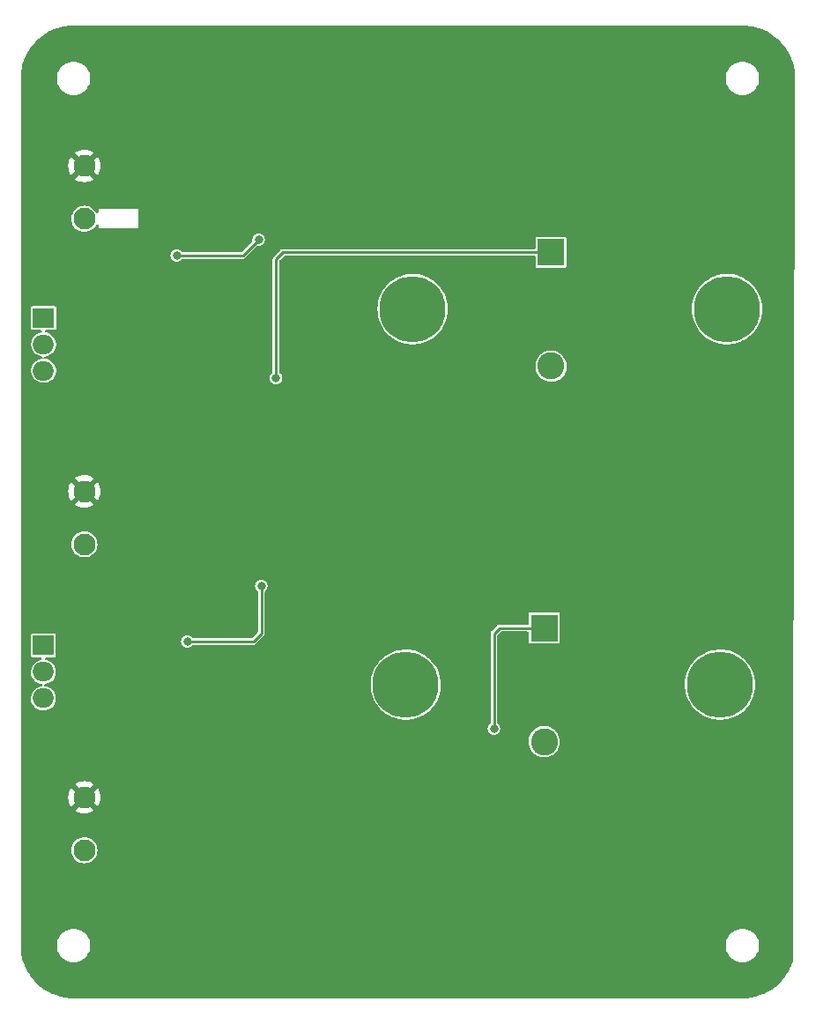
<source format=gbr>
%TF.GenerationSoftware,KiCad,Pcbnew,(6.0.5)*%
%TF.CreationDate,2023-07-06T17:20:31+08:00*%
%TF.ProjectId,compare,636f6d70-6172-4652-9e6b-696361645f70,rev?*%
%TF.SameCoordinates,Original*%
%TF.FileFunction,Copper,L2,Bot*%
%TF.FilePolarity,Positive*%
%FSLAX46Y46*%
G04 Gerber Fmt 4.6, Leading zero omitted, Abs format (unit mm)*
G04 Created by KiCad (PCBNEW (6.0.5)) date 2023-07-06 17:20:31*
%MOMM*%
%LPD*%
G01*
G04 APERTURE LIST*
%TA.AperFunction,ComponentPad*%
%ADD10C,2.100000*%
%TD*%
%TA.AperFunction,ComponentPad*%
%ADD11R,2.600000X2.600000*%
%TD*%
%TA.AperFunction,ComponentPad*%
%ADD12C,2.600000*%
%TD*%
%TA.AperFunction,ComponentPad*%
%ADD13C,6.350000*%
%TD*%
%TA.AperFunction,ComponentPad*%
%ADD14R,2.000000X1.905000*%
%TD*%
%TA.AperFunction,ComponentPad*%
%ADD15O,2.000000X1.905000*%
%TD*%
%TA.AperFunction,ViaPad*%
%ADD16C,0.800000*%
%TD*%
%TA.AperFunction,Conductor*%
%ADD17C,0.250000*%
%TD*%
G04 APERTURE END LIST*
D10*
%TO.P,J1,1,Pin_1*%
%TO.N,VOUT*%
X115595400Y-67589399D03*
%TO.P,J1,2,Pin_2*%
%TO.N,GND*%
X115595400Y-62509399D03*
%TD*%
D11*
%TO.P,Q1,1,B*%
%TO.N,Net-(R2-Pad2)*%
X159766000Y-106908599D03*
D12*
%TO.P,Q1,2,E*%
%TO.N,VIN*%
X159766000Y-117828599D03*
D13*
%TO.P,Q1,3,C*%
%TO.N,VOUT1*%
X146466000Y-112358599D03*
X176666000Y-112358599D03*
%TD*%
D14*
%TO.P,U2,1,ADJ*%
%TO.N,Net-(C5-Pad1)*%
X111670400Y-77114399D03*
D15*
%TO.P,U2,2,VO*%
%TO.N,VOUT*%
X111670400Y-79654399D03*
%TO.P,U2,3,VI*%
%TO.N,Net-(R7-Pad2)*%
X111670400Y-82194399D03*
%TD*%
D11*
%TO.P,Q2,1,B*%
%TO.N,Net-(R8-Pad2)*%
X160429800Y-70826199D03*
D12*
%TO.P,Q2,2,E*%
%TO.N,VOUT1*%
X160429800Y-81746199D03*
D13*
%TO.P,Q2,3,C*%
%TO.N,VOUT*%
X147129800Y-76276199D03*
X177329800Y-76276199D03*
%TD*%
D14*
%TO.P,U1,1,ADJ*%
%TO.N,Net-(C2-Pad1)*%
X111653200Y-108584999D03*
D15*
%TO.P,U1,2,VO*%
%TO.N,VOUT1*%
X111653200Y-111124999D03*
%TO.P,U1,3,VI*%
%TO.N,Net-(R1-Pad2)*%
X111653200Y-113664999D03*
%TD*%
D10*
%TO.P,J2,1,Pin_1*%
%TO.N,VIN*%
X115595400Y-128269999D03*
%TO.P,J2,2,Pin_2*%
%TO.N,GND*%
X115595400Y-123189999D03*
%TD*%
%TO.P,J3,1,Pin_1*%
%TO.N,VOUT1*%
X115595400Y-98869499D03*
%TO.P,J3,2,Pin_2*%
%TO.N,GND*%
X115595400Y-93789499D03*
%TD*%
D16*
%TO.N,GND*%
X118491000Y-104520999D03*
X118491000Y-104520999D03*
%TO.N,Net-(C2-Pad1)*%
X125476000Y-108203999D03*
X132588000Y-102869999D03*
%TO.N,Net-(C5-Pad1)*%
X124460000Y-71119999D03*
X132334000Y-69595999D03*
%TO.N,Net-(R2-Pad2)*%
X154940000Y-116585999D03*
%TO.N,Net-(R8-Pad2)*%
X134010400Y-82905599D03*
%TD*%
D17*
%TO.N,Net-(C2-Pad1)*%
X132588000Y-107441999D02*
X132588000Y-102869999D01*
X131826000Y-108203999D02*
X132588000Y-107441999D01*
X125476000Y-108203999D02*
X131826000Y-108203999D01*
X132588000Y-102869999D02*
X132588000Y-102832510D01*
%TO.N,Net-(C5-Pad1)*%
X124460000Y-71119999D02*
X130810000Y-71119999D01*
X130810000Y-71119999D02*
X132080000Y-69849999D01*
X132080000Y-69849999D02*
X132334000Y-69595999D01*
%TO.N,Net-(R2-Pad2)*%
X154940000Y-107441999D02*
X155473400Y-106908599D01*
X155473400Y-106908599D02*
X159766000Y-106908599D01*
X154940000Y-116585999D02*
X154940000Y-107441999D01*
%TO.N,Net-(R8-Pad2)*%
X134010400Y-82905599D02*
X134010400Y-71475599D01*
X134010400Y-71475599D02*
X134659800Y-70826199D01*
X134659800Y-70826199D02*
X160429800Y-70826199D01*
%TD*%
%TA.AperFunction,Conductor*%
%TO.N,GND*%
G36*
X178815930Y-49023051D02*
G01*
X178816002Y-49023081D01*
X178816067Y-49023054D01*
X178818624Y-49023107D01*
X179230216Y-49040132D01*
X179240594Y-49040992D01*
X179533091Y-49077451D01*
X179533952Y-49077561D01*
X179657876Y-49093876D01*
X179667287Y-49095480D01*
X179694292Y-49101142D01*
X179928170Y-49150181D01*
X179929451Y-49150457D01*
X179986271Y-49163054D01*
X180079617Y-49183749D01*
X180088297Y-49186000D01*
X180332189Y-49258610D01*
X180334126Y-49259204D01*
X180492145Y-49309028D01*
X180500058Y-49311815D01*
X180731006Y-49401931D01*
X180733422Y-49402903D01*
X180892482Y-49468787D01*
X180899603Y-49471999D01*
X181118831Y-49579173D01*
X181121672Y-49580607D01*
X181277725Y-49661843D01*
X181284040Y-49665364D01*
X181491621Y-49789055D01*
X181494790Y-49791008D01*
X181549442Y-49825825D01*
X181645100Y-49886767D01*
X181650615Y-49890489D01*
X181759518Y-49968243D01*
X181846073Y-50030043D01*
X181849519Y-50032594D01*
X181928037Y-50092843D01*
X181991969Y-50141900D01*
X181996699Y-50145714D01*
X182179330Y-50300395D01*
X182183020Y-50303646D01*
X182315835Y-50425348D01*
X182319806Y-50429150D01*
X182488851Y-50598195D01*
X182492653Y-50602166D01*
X182614355Y-50734981D01*
X182617606Y-50738671D01*
X182693947Y-50828805D01*
X182772287Y-50921302D01*
X182776092Y-50926020D01*
X182885401Y-51068476D01*
X182887983Y-51071963D01*
X183027531Y-51267413D01*
X183031241Y-51272912D01*
X183126966Y-51423171D01*
X183128933Y-51426361D01*
X183252658Y-51633998D01*
X183256153Y-51640265D01*
X183337375Y-51796291D01*
X183338808Y-51799132D01*
X183423470Y-51972308D01*
X183446000Y-52018393D01*
X183446003Y-52018400D01*
X183449215Y-52025521D01*
X183515098Y-52184578D01*
X183516052Y-52186949D01*
X183606186Y-52417943D01*
X183608973Y-52425856D01*
X183658791Y-52583856D01*
X183659385Y-52585792D01*
X183732005Y-52829717D01*
X183734256Y-52838399D01*
X183767507Y-52988386D01*
X183767812Y-52989800D01*
X183822523Y-53250729D01*
X183824127Y-53260140D01*
X183840421Y-53383910D01*
X183840531Y-53384770D01*
X183877009Y-53677408D01*
X183877869Y-53687786D01*
X183882872Y-53808736D01*
X183882978Y-53814195D01*
X183877848Y-55702001D01*
X183694460Y-123188867D01*
X183651669Y-138935674D01*
X183645837Y-138973221D01*
X183608966Y-139090161D01*
X183606178Y-139098074D01*
X183516087Y-139328957D01*
X183515116Y-139331373D01*
X183449207Y-139490492D01*
X183445995Y-139497613D01*
X183338828Y-139716825D01*
X183337407Y-139719642D01*
X183256139Y-139875756D01*
X183252633Y-139882043D01*
X183128974Y-140089570D01*
X183127000Y-140092773D01*
X183031225Y-140243110D01*
X183027503Y-140248626D01*
X182887979Y-140444041D01*
X182885422Y-140447495D01*
X182776077Y-140589996D01*
X182772285Y-140594699D01*
X182617614Y-140777319D01*
X182614362Y-140781009D01*
X182492629Y-140913857D01*
X182488827Y-140917828D01*
X182319828Y-141086827D01*
X182315857Y-141090629D01*
X182183009Y-141212362D01*
X182179319Y-141215614D01*
X181996699Y-141370285D01*
X181991996Y-141374077D01*
X181849495Y-141483422D01*
X181846041Y-141485979D01*
X181650626Y-141625503D01*
X181645110Y-141629225D01*
X181494773Y-141725000D01*
X181491570Y-141726974D01*
X181284043Y-141850633D01*
X181277756Y-141854139D01*
X181121642Y-141935407D01*
X181118825Y-141936828D01*
X180899613Y-142043995D01*
X180892492Y-142047207D01*
X180733373Y-142113116D01*
X180730957Y-142114087D01*
X180500074Y-142204178D01*
X180492161Y-142206966D01*
X180334058Y-142256816D01*
X180332121Y-142257410D01*
X180088298Y-142329999D01*
X180079619Y-142332250D01*
X179929433Y-142365545D01*
X179928179Y-142365815D01*
X179811330Y-142390316D01*
X179667283Y-142420519D01*
X179657873Y-142422123D01*
X179573676Y-142433208D01*
X179533889Y-142438446D01*
X179533068Y-142438551D01*
X179240592Y-142475008D01*
X179230214Y-142475868D01*
X178818622Y-142492892D01*
X178816065Y-142492945D01*
X178816000Y-142492918D01*
X178815928Y-142492948D01*
X178813415Y-142493000D01*
X114556585Y-142493000D01*
X114554072Y-142492948D01*
X114554000Y-142492918D01*
X114553935Y-142492945D01*
X114551378Y-142492892D01*
X114139786Y-142475868D01*
X114129408Y-142475008D01*
X113836932Y-142438551D01*
X113836111Y-142438446D01*
X113796324Y-142433208D01*
X113712127Y-142422123D01*
X113702717Y-142420519D01*
X113558670Y-142390316D01*
X113441821Y-142365815D01*
X113440567Y-142365545D01*
X113290381Y-142332250D01*
X113281702Y-142329999D01*
X113037879Y-142257410D01*
X113035942Y-142256816D01*
X112877839Y-142206966D01*
X112869926Y-142204178D01*
X112639043Y-142114087D01*
X112636627Y-142113116D01*
X112477508Y-142047207D01*
X112470387Y-142043995D01*
X112251175Y-141936828D01*
X112248358Y-141935407D01*
X112092244Y-141854139D01*
X112085957Y-141850633D01*
X111878430Y-141726974D01*
X111875227Y-141725000D01*
X111724890Y-141629225D01*
X111719374Y-141625503D01*
X111523959Y-141485979D01*
X111520505Y-141483422D01*
X111378004Y-141374077D01*
X111373301Y-141370285D01*
X111190681Y-141215614D01*
X111186991Y-141212362D01*
X111054143Y-141090629D01*
X111050172Y-141086827D01*
X110881173Y-140917828D01*
X110877371Y-140913857D01*
X110755638Y-140781009D01*
X110752386Y-140777319D01*
X110597715Y-140594699D01*
X110593923Y-140589996D01*
X110484578Y-140447495D01*
X110482021Y-140444041D01*
X110342497Y-140248626D01*
X110338775Y-140243110D01*
X110243000Y-140092773D01*
X110241026Y-140089570D01*
X110117367Y-139882043D01*
X110113861Y-139875756D01*
X110032593Y-139719642D01*
X110031172Y-139716825D01*
X109924005Y-139497613D01*
X109920793Y-139490492D01*
X109854884Y-139331373D01*
X109853913Y-139328957D01*
X109763822Y-139098074D01*
X109761034Y-139090161D01*
X109711184Y-138932058D01*
X109710590Y-138930121D01*
X109638001Y-138686298D01*
X109635750Y-138677618D01*
X109606431Y-138545369D01*
X109602455Y-138527433D01*
X109602171Y-138526116D01*
X109547481Y-138265283D01*
X109545877Y-138255873D01*
X109529559Y-138131930D01*
X109529449Y-138131068D01*
X109492992Y-137838592D01*
X109492132Y-137828214D01*
X109475108Y-137416622D01*
X109475055Y-137414065D01*
X109475082Y-137414000D01*
X109475081Y-137413998D01*
X112948051Y-137413998D01*
X112967823Y-137665224D01*
X112968977Y-137670031D01*
X112968978Y-137670037D01*
X113006141Y-137824829D01*
X113026652Y-137910264D01*
X113028545Y-137914835D01*
X113028546Y-137914837D01*
X113118469Y-138131930D01*
X113123089Y-138143084D01*
X113254760Y-138357952D01*
X113257972Y-138361712D01*
X113257975Y-138361717D01*
X113398385Y-138526116D01*
X113418423Y-138549577D01*
X113422185Y-138552790D01*
X113606283Y-138710025D01*
X113606288Y-138710028D01*
X113610048Y-138713240D01*
X113824916Y-138844911D01*
X113829486Y-138846804D01*
X113829490Y-138846806D01*
X114053163Y-138939454D01*
X114057736Y-138941348D01*
X114143171Y-138961859D01*
X114297963Y-138999022D01*
X114297969Y-138999023D01*
X114302776Y-139000177D01*
X114554002Y-139019949D01*
X114805228Y-139000177D01*
X114810035Y-138999023D01*
X114810041Y-138999022D01*
X114964833Y-138961859D01*
X115050268Y-138941348D01*
X115054841Y-138939454D01*
X115278514Y-138846806D01*
X115278518Y-138846804D01*
X115283088Y-138844911D01*
X115497956Y-138713240D01*
X115501716Y-138710028D01*
X115501721Y-138710025D01*
X115685819Y-138552790D01*
X115689581Y-138549577D01*
X115709619Y-138526116D01*
X115850029Y-138361717D01*
X115850032Y-138361712D01*
X115853244Y-138357952D01*
X115984915Y-138143084D01*
X115989536Y-138131930D01*
X116079458Y-137914837D01*
X116079459Y-137914835D01*
X116081352Y-137910264D01*
X116101863Y-137824829D01*
X116139026Y-137670037D01*
X116139027Y-137670031D01*
X116140181Y-137665224D01*
X116159953Y-137413998D01*
X177210047Y-137413998D01*
X177229819Y-137665224D01*
X177230973Y-137670031D01*
X177230974Y-137670037D01*
X177268137Y-137824829D01*
X177288648Y-137910264D01*
X177290541Y-137914835D01*
X177290542Y-137914837D01*
X177380465Y-138131930D01*
X177385085Y-138143084D01*
X177516756Y-138357952D01*
X177519968Y-138361712D01*
X177519971Y-138361717D01*
X177660381Y-138526116D01*
X177680419Y-138549577D01*
X177684181Y-138552790D01*
X177868279Y-138710025D01*
X177868284Y-138710028D01*
X177872044Y-138713240D01*
X178086912Y-138844911D01*
X178091482Y-138846804D01*
X178091486Y-138846806D01*
X178315159Y-138939454D01*
X178319732Y-138941348D01*
X178405167Y-138961859D01*
X178559959Y-138999022D01*
X178559965Y-138999023D01*
X178564772Y-139000177D01*
X178815998Y-139019949D01*
X179067224Y-139000177D01*
X179072031Y-138999023D01*
X179072037Y-138999022D01*
X179226829Y-138961859D01*
X179312264Y-138941348D01*
X179316837Y-138939454D01*
X179540510Y-138846806D01*
X179540514Y-138846804D01*
X179545084Y-138844911D01*
X179759952Y-138713240D01*
X179763712Y-138710028D01*
X179763717Y-138710025D01*
X179947815Y-138552790D01*
X179951577Y-138549577D01*
X179971615Y-138526116D01*
X180112025Y-138361717D01*
X180112028Y-138361712D01*
X180115240Y-138357952D01*
X180246911Y-138143084D01*
X180251532Y-138131930D01*
X180341454Y-137914837D01*
X180341455Y-137914835D01*
X180343348Y-137910264D01*
X180363859Y-137824829D01*
X180401022Y-137670037D01*
X180401023Y-137670031D01*
X180402177Y-137665224D01*
X180421949Y-137413998D01*
X180402177Y-137162772D01*
X180401023Y-137157965D01*
X180401022Y-137157959D01*
X180344503Y-136922544D01*
X180343348Y-136917732D01*
X180246911Y-136684912D01*
X180115240Y-136470044D01*
X180112028Y-136466284D01*
X180112025Y-136466279D01*
X179954790Y-136282181D01*
X179951577Y-136278419D01*
X179934536Y-136263865D01*
X179763717Y-136117971D01*
X179763712Y-136117968D01*
X179759952Y-136114756D01*
X179545084Y-135983085D01*
X179540514Y-135981192D01*
X179540510Y-135981190D01*
X179316837Y-135888542D01*
X179316835Y-135888541D01*
X179312264Y-135886648D01*
X179226829Y-135866137D01*
X179072037Y-135828974D01*
X179072031Y-135828973D01*
X179067224Y-135827819D01*
X178815998Y-135808047D01*
X178564772Y-135827819D01*
X178559965Y-135828973D01*
X178559959Y-135828974D01*
X178405167Y-135866137D01*
X178319732Y-135886648D01*
X178315161Y-135888541D01*
X178315159Y-135888542D01*
X178091486Y-135981190D01*
X178091482Y-135981192D01*
X178086912Y-135983085D01*
X177872044Y-136114756D01*
X177868284Y-136117968D01*
X177868279Y-136117971D01*
X177697460Y-136263865D01*
X177680419Y-136278419D01*
X177677206Y-136282181D01*
X177519971Y-136466279D01*
X177519968Y-136466284D01*
X177516756Y-136470044D01*
X177385085Y-136684912D01*
X177288648Y-136917732D01*
X177287493Y-136922544D01*
X177230974Y-137157959D01*
X177230973Y-137157965D01*
X177229819Y-137162772D01*
X177210047Y-137413998D01*
X116159953Y-137413998D01*
X116140181Y-137162772D01*
X116139027Y-137157965D01*
X116139026Y-137157959D01*
X116082507Y-136922544D01*
X116081352Y-136917732D01*
X115984915Y-136684912D01*
X115853244Y-136470044D01*
X115850032Y-136466284D01*
X115850029Y-136466279D01*
X115692794Y-136282181D01*
X115689581Y-136278419D01*
X115672540Y-136263865D01*
X115501721Y-136117971D01*
X115501716Y-136117968D01*
X115497956Y-136114756D01*
X115283088Y-135983085D01*
X115278518Y-135981192D01*
X115278514Y-135981190D01*
X115054841Y-135888542D01*
X115054839Y-135888541D01*
X115050268Y-135886648D01*
X114964833Y-135866137D01*
X114810041Y-135828974D01*
X114810035Y-135828973D01*
X114805228Y-135827819D01*
X114554002Y-135808047D01*
X114302776Y-135827819D01*
X114297969Y-135828973D01*
X114297963Y-135828974D01*
X114143171Y-135866137D01*
X114057736Y-135886648D01*
X114053165Y-135888541D01*
X114053163Y-135888542D01*
X113829490Y-135981190D01*
X113829486Y-135981192D01*
X113824916Y-135983085D01*
X113610048Y-136114756D01*
X113606288Y-136117968D01*
X113606283Y-136117971D01*
X113435464Y-136263865D01*
X113418423Y-136278419D01*
X113415210Y-136282181D01*
X113257975Y-136466279D01*
X113257972Y-136466284D01*
X113254760Y-136470044D01*
X113123089Y-136684912D01*
X113026652Y-136917732D01*
X113025497Y-136922544D01*
X112968978Y-137157959D01*
X112968977Y-137157965D01*
X112967823Y-137162772D01*
X112948051Y-137413998D01*
X109475081Y-137413998D01*
X109475052Y-137413928D01*
X109475000Y-137411415D01*
X109475000Y-128269999D01*
X114340123Y-128269999D01*
X114359193Y-128487976D01*
X114415825Y-128699329D01*
X114508298Y-128897637D01*
X114633802Y-129076876D01*
X114788523Y-129231597D01*
X114793031Y-129234754D01*
X114793034Y-129234756D01*
X114963252Y-129353944D01*
X114967761Y-129357101D01*
X114972743Y-129359424D01*
X114972748Y-129359427D01*
X115161088Y-129447251D01*
X115166070Y-129449574D01*
X115171378Y-129450996D01*
X115171380Y-129450997D01*
X115237145Y-129468619D01*
X115377423Y-129506206D01*
X115595400Y-129525276D01*
X115813377Y-129506206D01*
X115953655Y-129468619D01*
X116019420Y-129450997D01*
X116019422Y-129450996D01*
X116024730Y-129449574D01*
X116029712Y-129447251D01*
X116218052Y-129359427D01*
X116218057Y-129359424D01*
X116223039Y-129357101D01*
X116227548Y-129353944D01*
X116397766Y-129234756D01*
X116397769Y-129234754D01*
X116402277Y-129231597D01*
X116556998Y-129076876D01*
X116682502Y-128897637D01*
X116774975Y-128699329D01*
X116831607Y-128487976D01*
X116850677Y-128269999D01*
X116831607Y-128052022D01*
X116774975Y-127840669D01*
X116682502Y-127642361D01*
X116556998Y-127463122D01*
X116402277Y-127308401D01*
X116397769Y-127305244D01*
X116397766Y-127305242D01*
X116227548Y-127186054D01*
X116227545Y-127186052D01*
X116223039Y-127182897D01*
X116218057Y-127180574D01*
X116218052Y-127180571D01*
X116029712Y-127092747D01*
X116029711Y-127092746D01*
X116024730Y-127090424D01*
X116019422Y-127089002D01*
X116019420Y-127089001D01*
X115953655Y-127071379D01*
X115813377Y-127033792D01*
X115595400Y-127014722D01*
X115377423Y-127033792D01*
X115237145Y-127071379D01*
X115171380Y-127089001D01*
X115171378Y-127089002D01*
X115166070Y-127090424D01*
X115161090Y-127092746D01*
X115161088Y-127092747D01*
X114972743Y-127180574D01*
X114972740Y-127180576D01*
X114967762Y-127182897D01*
X114788523Y-127308401D01*
X114633802Y-127463122D01*
X114508298Y-127642361D01*
X114415825Y-127840669D01*
X114359193Y-128052022D01*
X114340123Y-128269999D01*
X109475000Y-128269999D01*
X109475000Y-124459029D01*
X114691200Y-124459029D01*
X114696927Y-124466679D01*
X114881672Y-124579892D01*
X114890467Y-124584374D01*
X115107890Y-124674433D01*
X115117275Y-124677482D01*
X115346108Y-124732421D01*
X115355855Y-124733964D01*
X115590470Y-124752429D01*
X115600330Y-124752429D01*
X115834945Y-124733964D01*
X115844692Y-124732421D01*
X116073525Y-124677482D01*
X116082910Y-124674433D01*
X116300333Y-124584374D01*
X116309128Y-124579892D01*
X116490205Y-124468927D01*
X116499667Y-124458469D01*
X116495884Y-124449693D01*
X115608212Y-123562021D01*
X115594268Y-123554407D01*
X115592435Y-123554538D01*
X115585820Y-123558789D01*
X114697960Y-124446649D01*
X114691200Y-124459029D01*
X109475000Y-124459029D01*
X109475000Y-123194929D01*
X114032970Y-123194929D01*
X114051435Y-123429544D01*
X114052978Y-123439291D01*
X114107917Y-123668124D01*
X114110966Y-123677509D01*
X114201025Y-123894932D01*
X114205507Y-123903727D01*
X114316472Y-124084804D01*
X114326930Y-124094266D01*
X114335706Y-124090483D01*
X115223378Y-123202811D01*
X115229756Y-123191131D01*
X115959808Y-123191131D01*
X115959939Y-123192964D01*
X115964190Y-123199579D01*
X116852050Y-124087439D01*
X116864430Y-124094199D01*
X116872080Y-124088472D01*
X116985293Y-123903727D01*
X116989775Y-123894932D01*
X117079834Y-123677509D01*
X117082883Y-123668124D01*
X117137822Y-123439291D01*
X117139365Y-123429544D01*
X117157830Y-123194929D01*
X117157830Y-123185069D01*
X117139365Y-122950454D01*
X117137822Y-122940707D01*
X117082883Y-122711874D01*
X117079834Y-122702489D01*
X116989775Y-122485066D01*
X116985293Y-122476271D01*
X116874328Y-122295194D01*
X116863870Y-122285732D01*
X116855094Y-122289515D01*
X115967422Y-123177187D01*
X115959808Y-123191131D01*
X115229756Y-123191131D01*
X115230992Y-123188867D01*
X115230861Y-123187034D01*
X115226610Y-123180419D01*
X114338750Y-122292559D01*
X114326370Y-122285799D01*
X114318720Y-122291526D01*
X114205507Y-122476271D01*
X114201025Y-122485066D01*
X114110966Y-122702489D01*
X114107917Y-122711874D01*
X114052978Y-122940707D01*
X114051435Y-122950454D01*
X114032970Y-123185069D01*
X114032970Y-123194929D01*
X109475000Y-123194929D01*
X109475000Y-121921529D01*
X114691133Y-121921529D01*
X114694916Y-121930305D01*
X115582588Y-122817977D01*
X115596532Y-122825591D01*
X115598365Y-122825460D01*
X115604980Y-122821209D01*
X116492840Y-121933349D01*
X116499600Y-121920969D01*
X116493873Y-121913319D01*
X116309128Y-121800106D01*
X116300333Y-121795624D01*
X116082910Y-121705565D01*
X116073525Y-121702516D01*
X115844692Y-121647577D01*
X115834945Y-121646034D01*
X115600330Y-121627569D01*
X115590470Y-121627569D01*
X115355855Y-121646034D01*
X115346108Y-121647577D01*
X115117275Y-121702516D01*
X115107890Y-121705565D01*
X114890467Y-121795624D01*
X114881672Y-121800106D01*
X114700595Y-121911071D01*
X114691133Y-121921529D01*
X109475000Y-121921529D01*
X109475000Y-117791813D01*
X158260806Y-117791813D01*
X158275010Y-118038144D01*
X158276147Y-118043190D01*
X158276148Y-118043196D01*
X158298336Y-118141650D01*
X158329255Y-118278848D01*
X158422084Y-118507460D01*
X158551006Y-118717840D01*
X158712557Y-118904340D01*
X158902399Y-119061950D01*
X159115433Y-119186437D01*
X159120253Y-119188277D01*
X159120258Y-119188280D01*
X159234547Y-119231922D01*
X159345939Y-119274458D01*
X159351007Y-119275489D01*
X159351010Y-119275490D01*
X159470587Y-119299818D01*
X159587726Y-119323651D01*
X159592899Y-119323841D01*
X159592902Y-119323841D01*
X159829136Y-119332503D01*
X159829140Y-119332503D01*
X159834300Y-119332692D01*
X159839420Y-119332036D01*
X159839422Y-119332036D01*
X159915703Y-119322264D01*
X160079041Y-119301340D01*
X160083990Y-119299855D01*
X160083996Y-119299854D01*
X160310424Y-119231922D01*
X160310423Y-119231922D01*
X160315374Y-119230437D01*
X160419266Y-119179541D01*
X160532303Y-119124165D01*
X160532308Y-119124162D01*
X160536954Y-119121886D01*
X160541164Y-119118883D01*
X160541169Y-119118880D01*
X160733617Y-118981608D01*
X160733622Y-118981604D01*
X160737829Y-118978603D01*
X160912605Y-118804436D01*
X161056588Y-118604062D01*
X161165911Y-118382863D01*
X161199045Y-118273806D01*
X161236135Y-118151731D01*
X161236136Y-118151725D01*
X161237639Y-118146779D01*
X161269845Y-117902149D01*
X161271643Y-117828599D01*
X161263660Y-117731505D01*
X161251849Y-117587839D01*
X161251848Y-117587833D01*
X161251425Y-117582688D01*
X161191316Y-117343382D01*
X161092928Y-117117106D01*
X160958905Y-116909938D01*
X160945669Y-116895391D01*
X160906243Y-116852063D01*
X160792846Y-116727441D01*
X160788795Y-116724242D01*
X160788791Y-116724238D01*
X160603264Y-116577718D01*
X160603259Y-116577715D01*
X160599210Y-116574517D01*
X160594694Y-116572024D01*
X160594691Y-116572022D01*
X160387722Y-116457769D01*
X160387718Y-116457767D01*
X160383198Y-116455272D01*
X160378329Y-116453548D01*
X160378325Y-116453546D01*
X160155485Y-116374634D01*
X160155481Y-116374633D01*
X160150610Y-116372908D01*
X160145517Y-116372001D01*
X160145514Y-116372000D01*
X159912783Y-116330544D01*
X159912777Y-116330543D01*
X159907694Y-116329638D01*
X159828324Y-116328668D01*
X159666142Y-116326687D01*
X159666140Y-116326687D01*
X159660972Y-116326624D01*
X159417070Y-116363946D01*
X159182540Y-116440602D01*
X158963679Y-116554534D01*
X158959546Y-116557637D01*
X158959543Y-116557639D01*
X158921771Y-116585999D01*
X158766364Y-116702682D01*
X158595896Y-116881067D01*
X158592982Y-116885339D01*
X158592981Y-116885340D01*
X158573238Y-116914282D01*
X158456851Y-117084899D01*
X158352965Y-117308703D01*
X158287026Y-117546470D01*
X158260806Y-117791813D01*
X109475000Y-117791813D01*
X109475000Y-116585999D01*
X154334318Y-116585999D01*
X154354956Y-116742761D01*
X154415464Y-116888840D01*
X154511718Y-117014281D01*
X154637159Y-117110535D01*
X154783238Y-117171043D01*
X154940000Y-117191681D01*
X154948188Y-117190603D01*
X155088574Y-117172121D01*
X155096762Y-117171043D01*
X155242841Y-117110535D01*
X155368282Y-117014281D01*
X155464536Y-116888840D01*
X155525044Y-116742761D01*
X155545682Y-116585999D01*
X155525044Y-116429237D01*
X155464536Y-116283158D01*
X155368282Y-116157717D01*
X155314796Y-116116676D01*
X155272929Y-116059338D01*
X155265500Y-116016713D01*
X155265500Y-112346799D01*
X173285563Y-112346799D01*
X173285735Y-112350194D01*
X173285735Y-112350195D01*
X173293932Y-112511999D01*
X173304061Y-112711953D01*
X173304598Y-112715308D01*
X173304599Y-112715314D01*
X173322873Y-112829400D01*
X173361887Y-113072974D01*
X173458364Y-113425637D01*
X173592366Y-113765819D01*
X173593949Y-113768834D01*
X173760738Y-114086522D01*
X173760743Y-114086530D01*
X173762322Y-114089538D01*
X173966246Y-114393009D01*
X174201752Y-114672682D01*
X174466085Y-114925284D01*
X174756153Y-115147861D01*
X174759066Y-115149632D01*
X175065647Y-115336036D01*
X175065652Y-115336039D01*
X175068562Y-115337808D01*
X175071650Y-115339254D01*
X175071649Y-115339254D01*
X175396574Y-115491461D01*
X175396584Y-115491465D01*
X175399658Y-115492905D01*
X175402876Y-115494007D01*
X175402879Y-115494008D01*
X175742337Y-115610231D01*
X175742341Y-115610232D01*
X175745568Y-115611337D01*
X175748898Y-115612087D01*
X175748907Y-115612090D01*
X176000967Y-115668893D01*
X176102245Y-115691717D01*
X176105631Y-115692103D01*
X176105638Y-115692104D01*
X176462134Y-115732722D01*
X176462142Y-115732722D01*
X176465517Y-115733107D01*
X176468921Y-115733125D01*
X176468924Y-115733125D01*
X176667264Y-115734163D01*
X176831135Y-115735021D01*
X176834521Y-115734671D01*
X176834523Y-115734671D01*
X177191428Y-115697789D01*
X177191437Y-115697788D01*
X177194820Y-115697438D01*
X177198153Y-115696723D01*
X177198156Y-115696723D01*
X177374251Y-115658971D01*
X177552320Y-115620797D01*
X177899451Y-115505994D01*
X178232153Y-115354373D01*
X178328115Y-115297395D01*
X178543589Y-115169456D01*
X178543594Y-115169453D01*
X178546534Y-115167707D01*
X178572967Y-115147861D01*
X178836184Y-114950232D01*
X178838917Y-114948180D01*
X179105880Y-114698360D01*
X179344302Y-114421169D01*
X179502704Y-114190693D01*
X179549463Y-114122659D01*
X179549468Y-114122652D01*
X179551393Y-114119850D01*
X179553005Y-114116856D01*
X179553010Y-114116848D01*
X179723108Y-113800940D01*
X179724730Y-113797928D01*
X179862286Y-113459168D01*
X179887404Y-113370992D01*
X179912369Y-113283351D01*
X179962451Y-113107534D01*
X179982653Y-112989347D01*
X180023483Y-112750486D01*
X180023483Y-112750484D01*
X180024055Y-112747139D01*
X180026208Y-112711953D01*
X180046266Y-112383995D01*
X180046376Y-112382199D01*
X180046413Y-112371463D01*
X180046452Y-112360420D01*
X180046452Y-112360409D01*
X180046458Y-112358599D01*
X180026686Y-111993512D01*
X179967600Y-111632695D01*
X179869891Y-111280370D01*
X179865444Y-111269193D01*
X179735963Y-110943823D01*
X179734704Y-110940659D01*
X179563618Y-110617534D01*
X179449747Y-110449347D01*
X179360542Y-110317591D01*
X179360535Y-110317582D01*
X179358636Y-110314777D01*
X179356440Y-110312187D01*
X179356435Y-110312181D01*
X179124355Y-110038523D01*
X179124354Y-110038522D01*
X179122155Y-110035929D01*
X178856942Y-109784251D01*
X178566099Y-109562688D01*
X178563187Y-109560931D01*
X178563182Y-109560928D01*
X178255951Y-109375594D01*
X178255942Y-109375589D01*
X178253029Y-109373832D01*
X178249939Y-109372398D01*
X178249934Y-109372395D01*
X177924489Y-109221329D01*
X177924487Y-109221328D01*
X177921393Y-109219892D01*
X177918158Y-109218797D01*
X177918153Y-109218795D01*
X177578307Y-109103763D01*
X177575072Y-109102668D01*
X177565740Y-109100599D01*
X177221455Y-109024273D01*
X177218117Y-109023533D01*
X177189258Y-109020347D01*
X176858084Y-108983785D01*
X176858077Y-108983785D01*
X176854702Y-108983412D01*
X176851303Y-108983406D01*
X176851302Y-108983406D01*
X176678626Y-108983105D01*
X176489080Y-108982774D01*
X176373343Y-108995143D01*
X176128911Y-109021264D01*
X176128903Y-109021265D01*
X176125528Y-109021626D01*
X175768299Y-109099515D01*
X175421570Y-109215529D01*
X175089400Y-109368310D01*
X174775672Y-109556072D01*
X174484057Y-109776619D01*
X174217967Y-110027369D01*
X174215755Y-110029959D01*
X174215754Y-110029960D01*
X174120791Y-110141148D01*
X173980515Y-110305390D01*
X173978587Y-110308217D01*
X173978585Y-110308219D01*
X173780020Y-110599305D01*
X173774477Y-110607430D01*
X173772870Y-110610440D01*
X173772868Y-110610443D01*
X173603870Y-110926949D01*
X173603866Y-110926958D01*
X173602265Y-110929956D01*
X173465892Y-111269193D01*
X173366954Y-111621175D01*
X173306609Y-111981783D01*
X173285563Y-112346799D01*
X155265500Y-112346799D01*
X155265500Y-107629015D01*
X155285502Y-107560894D01*
X155302405Y-107539920D01*
X155571321Y-107271004D01*
X155633633Y-107236978D01*
X155660416Y-107234099D01*
X158139500Y-107234099D01*
X158207621Y-107254101D01*
X158254114Y-107307757D01*
X158265500Y-107360099D01*
X158265500Y-108228347D01*
X158277133Y-108286830D01*
X158321448Y-108353151D01*
X158387769Y-108397466D01*
X158399938Y-108399887D01*
X158399939Y-108399887D01*
X158440184Y-108407892D01*
X158446252Y-108409099D01*
X161085748Y-108409099D01*
X161091816Y-108407892D01*
X161132061Y-108399887D01*
X161132062Y-108399887D01*
X161144231Y-108397466D01*
X161210552Y-108353151D01*
X161254867Y-108286830D01*
X161266500Y-108228347D01*
X161266500Y-105588851D01*
X161254867Y-105530368D01*
X161210552Y-105464047D01*
X161144231Y-105419732D01*
X161132062Y-105417311D01*
X161132061Y-105417311D01*
X161091816Y-105409306D01*
X161085748Y-105408099D01*
X158446252Y-105408099D01*
X158440184Y-105409306D01*
X158399939Y-105417311D01*
X158399938Y-105417311D01*
X158387769Y-105419732D01*
X158321448Y-105464047D01*
X158277133Y-105530368D01*
X158265500Y-105588851D01*
X158265500Y-106457099D01*
X158245498Y-106525220D01*
X158191842Y-106571713D01*
X158139500Y-106583099D01*
X155493111Y-106583099D01*
X155482129Y-106582619D01*
X155455579Y-106580296D01*
X155455578Y-106580296D01*
X155444594Y-106579335D01*
X155433943Y-106582189D01*
X155433942Y-106582189D01*
X155408192Y-106589088D01*
X155397465Y-106591466D01*
X155371215Y-106596095D01*
X155371210Y-106596097D01*
X155360355Y-106598011D01*
X155350807Y-106603524D01*
X155347531Y-106604716D01*
X155344369Y-106606190D01*
X155333716Y-106609045D01*
X155324685Y-106615369D01*
X155302856Y-106630654D01*
X155293585Y-106636560D01*
X155270494Y-106649892D01*
X155260945Y-106655405D01*
X155253859Y-106663850D01*
X155236715Y-106684281D01*
X155229289Y-106692384D01*
X154723785Y-107197888D01*
X154715681Y-107205315D01*
X154686806Y-107229544D01*
X154681293Y-107239093D01*
X154667961Y-107262184D01*
X154662055Y-107271455D01*
X154640446Y-107302315D01*
X154637592Y-107312965D01*
X154636115Y-107316133D01*
X154634923Y-107319409D01*
X154629412Y-107328954D01*
X154623921Y-107360099D01*
X154622870Y-107366057D01*
X154620492Y-107376784D01*
X154610736Y-107413192D01*
X154611697Y-107424177D01*
X154611697Y-107424179D01*
X154614020Y-107450727D01*
X154614500Y-107461709D01*
X154614500Y-116016713D01*
X154594498Y-116084834D01*
X154565204Y-116116676D01*
X154511718Y-116157717D01*
X154415464Y-116283158D01*
X154354956Y-116429237D01*
X154334318Y-116585999D01*
X109475000Y-116585999D01*
X109475000Y-113755850D01*
X110451330Y-113755850D01*
X110487216Y-113964696D01*
X110560560Y-114163505D01*
X110668907Y-114345619D01*
X110808627Y-114504939D01*
X110975041Y-114636129D01*
X110980157Y-114638820D01*
X110980159Y-114638822D01*
X111097755Y-114700692D01*
X111162576Y-114734796D01*
X111364951Y-114797635D01*
X111370688Y-114798314D01*
X111533318Y-114817563D01*
X111533325Y-114817563D01*
X111537005Y-114817999D01*
X111754461Y-114817999D01*
X111911718Y-114803549D01*
X111917280Y-114801980D01*
X111917282Y-114801980D01*
X112013693Y-114774789D01*
X112115669Y-114746029D01*
X112305722Y-114652305D01*
X112475513Y-114525516D01*
X112619356Y-114369908D01*
X112732432Y-114190693D01*
X112810956Y-113993872D01*
X112816760Y-113964696D01*
X112851170Y-113791704D01*
X112851170Y-113791701D01*
X112852297Y-113786037D01*
X112852618Y-113761548D01*
X112854994Y-113579930D01*
X112855070Y-113574148D01*
X112830096Y-113428807D01*
X112820162Y-113370992D01*
X112820161Y-113370989D01*
X112819184Y-113365302D01*
X112745840Y-113166493D01*
X112637493Y-112984379D01*
X112497773Y-112825059D01*
X112467291Y-112801029D01*
X112335898Y-112697447D01*
X112335896Y-112697446D01*
X112331359Y-112693869D01*
X112326243Y-112691178D01*
X112326241Y-112691176D01*
X112148941Y-112597894D01*
X112148939Y-112597893D01*
X112143824Y-112595202D01*
X111941449Y-112532363D01*
X111840380Y-112520401D01*
X111775083Y-112492531D01*
X111735219Y-112433782D01*
X111733445Y-112362808D01*
X111743177Y-112346799D01*
X143085563Y-112346799D01*
X143085735Y-112350194D01*
X143085735Y-112350195D01*
X143093932Y-112511999D01*
X143104061Y-112711953D01*
X143104598Y-112715308D01*
X143104599Y-112715314D01*
X143122873Y-112829400D01*
X143161887Y-113072974D01*
X143258364Y-113425637D01*
X143392366Y-113765819D01*
X143393949Y-113768834D01*
X143560738Y-114086522D01*
X143560743Y-114086530D01*
X143562322Y-114089538D01*
X143766246Y-114393009D01*
X144001752Y-114672682D01*
X144266085Y-114925284D01*
X144556153Y-115147861D01*
X144559066Y-115149632D01*
X144865647Y-115336036D01*
X144865652Y-115336039D01*
X144868562Y-115337808D01*
X144871650Y-115339254D01*
X144871649Y-115339254D01*
X145196574Y-115491461D01*
X145196584Y-115491465D01*
X145199658Y-115492905D01*
X145202876Y-115494007D01*
X145202879Y-115494008D01*
X145542337Y-115610231D01*
X145542341Y-115610232D01*
X145545568Y-115611337D01*
X145548898Y-115612087D01*
X145548907Y-115612090D01*
X145800967Y-115668893D01*
X145902245Y-115691717D01*
X145905631Y-115692103D01*
X145905638Y-115692104D01*
X146262134Y-115732722D01*
X146262142Y-115732722D01*
X146265517Y-115733107D01*
X146268921Y-115733125D01*
X146268924Y-115733125D01*
X146467264Y-115734163D01*
X146631135Y-115735021D01*
X146634521Y-115734671D01*
X146634523Y-115734671D01*
X146991428Y-115697789D01*
X146991437Y-115697788D01*
X146994820Y-115697438D01*
X146998153Y-115696723D01*
X146998156Y-115696723D01*
X147174251Y-115658971D01*
X147352320Y-115620797D01*
X147699451Y-115505994D01*
X148032153Y-115354373D01*
X148128115Y-115297395D01*
X148343589Y-115169456D01*
X148343594Y-115169453D01*
X148346534Y-115167707D01*
X148372967Y-115147861D01*
X148636184Y-114950232D01*
X148638917Y-114948180D01*
X148905880Y-114698360D01*
X149144302Y-114421169D01*
X149302704Y-114190693D01*
X149349463Y-114122659D01*
X149349468Y-114122652D01*
X149351393Y-114119850D01*
X149353005Y-114116856D01*
X149353010Y-114116848D01*
X149523108Y-113800940D01*
X149524730Y-113797928D01*
X149662286Y-113459168D01*
X149687404Y-113370992D01*
X149712369Y-113283351D01*
X149762451Y-113107534D01*
X149782653Y-112989347D01*
X149823483Y-112750486D01*
X149823483Y-112750484D01*
X149824055Y-112747139D01*
X149826208Y-112711953D01*
X149846266Y-112383995D01*
X149846376Y-112382199D01*
X149846413Y-112371463D01*
X149846452Y-112360420D01*
X149846452Y-112360409D01*
X149846458Y-112358599D01*
X149826686Y-111993512D01*
X149767600Y-111632695D01*
X149669891Y-111280370D01*
X149665444Y-111269193D01*
X149535963Y-110943823D01*
X149534704Y-110940659D01*
X149363618Y-110617534D01*
X149249747Y-110449347D01*
X149160542Y-110317591D01*
X149160535Y-110317582D01*
X149158636Y-110314777D01*
X149156440Y-110312187D01*
X149156435Y-110312181D01*
X148924355Y-110038523D01*
X148924354Y-110038522D01*
X148922155Y-110035929D01*
X148656942Y-109784251D01*
X148366099Y-109562688D01*
X148363187Y-109560931D01*
X148363182Y-109560928D01*
X148055951Y-109375594D01*
X148055942Y-109375589D01*
X148053029Y-109373832D01*
X148049939Y-109372398D01*
X148049934Y-109372395D01*
X147724489Y-109221329D01*
X147724487Y-109221328D01*
X147721393Y-109219892D01*
X147718158Y-109218797D01*
X147718153Y-109218795D01*
X147378307Y-109103763D01*
X147375072Y-109102668D01*
X147365740Y-109100599D01*
X147021455Y-109024273D01*
X147018117Y-109023533D01*
X146989258Y-109020347D01*
X146658084Y-108983785D01*
X146658077Y-108983785D01*
X146654702Y-108983412D01*
X146651303Y-108983406D01*
X146651302Y-108983406D01*
X146478626Y-108983105D01*
X146289080Y-108982774D01*
X146173343Y-108995143D01*
X145928911Y-109021264D01*
X145928903Y-109021265D01*
X145925528Y-109021626D01*
X145568299Y-109099515D01*
X145221570Y-109215529D01*
X144889400Y-109368310D01*
X144575672Y-109556072D01*
X144284057Y-109776619D01*
X144017967Y-110027369D01*
X144015755Y-110029959D01*
X144015754Y-110029960D01*
X143920791Y-110141148D01*
X143780515Y-110305390D01*
X143778587Y-110308217D01*
X143778585Y-110308219D01*
X143580020Y-110599305D01*
X143574477Y-110607430D01*
X143572870Y-110610440D01*
X143572868Y-110610443D01*
X143403870Y-110926949D01*
X143403866Y-110926958D01*
X143402265Y-110929956D01*
X143265892Y-111269193D01*
X143166954Y-111621175D01*
X143106609Y-111981783D01*
X143085563Y-112346799D01*
X111743177Y-112346799D01*
X111770324Y-112302141D01*
X111834147Y-112271044D01*
X111843660Y-112269803D01*
X111905962Y-112264078D01*
X111905963Y-112264078D01*
X111911718Y-112263549D01*
X111917280Y-112261980D01*
X111917282Y-112261980D01*
X112013693Y-112234789D01*
X112115669Y-112206029D01*
X112305722Y-112112305D01*
X112475513Y-111985516D01*
X112619356Y-111829908D01*
X112732432Y-111650693D01*
X112810956Y-111453872D01*
X112816760Y-111424696D01*
X112851170Y-111251704D01*
X112851170Y-111251701D01*
X112852297Y-111246037D01*
X112852618Y-111221548D01*
X112854994Y-111039930D01*
X112855070Y-111034148D01*
X112848909Y-110998294D01*
X112820162Y-110830992D01*
X112820161Y-110830989D01*
X112819184Y-110825302D01*
X112745840Y-110626493D01*
X112637493Y-110444379D01*
X112497773Y-110285059D01*
X112331359Y-110153869D01*
X112326243Y-110151178D01*
X112326241Y-110151176D01*
X112148941Y-110057894D01*
X112148939Y-110057893D01*
X112143824Y-110055202D01*
X111941449Y-109992363D01*
X111914100Y-109989126D01*
X111848803Y-109961255D01*
X111808939Y-109902507D01*
X111807165Y-109831533D01*
X111844044Y-109770866D01*
X111907868Y-109739768D01*
X111928910Y-109737999D01*
X112672948Y-109737999D01*
X112679016Y-109736792D01*
X112719261Y-109728787D01*
X112719262Y-109728787D01*
X112731431Y-109726366D01*
X112797752Y-109682051D01*
X112842067Y-109615730D01*
X112853700Y-109557247D01*
X112853700Y-108203999D01*
X124870318Y-108203999D01*
X124890956Y-108360761D01*
X124951464Y-108506840D01*
X125047718Y-108632281D01*
X125173159Y-108728535D01*
X125319238Y-108789043D01*
X125476000Y-108809681D01*
X125484188Y-108808603D01*
X125624574Y-108790121D01*
X125632762Y-108789043D01*
X125778841Y-108728535D01*
X125904282Y-108632281D01*
X125945323Y-108578795D01*
X126002661Y-108536928D01*
X126045286Y-108529499D01*
X131806290Y-108529499D01*
X131817272Y-108529979D01*
X131843820Y-108532302D01*
X131843822Y-108532302D01*
X131854807Y-108533263D01*
X131891215Y-108523507D01*
X131901942Y-108521129D01*
X131905301Y-108520537D01*
X131939045Y-108514587D01*
X131948590Y-108509076D01*
X131951866Y-108507884D01*
X131955034Y-108506407D01*
X131965684Y-108503553D01*
X131996544Y-108481944D01*
X132005815Y-108476038D01*
X132028906Y-108462706D01*
X132038455Y-108457193D01*
X132062685Y-108428316D01*
X132070111Y-108420214D01*
X132804215Y-107686110D01*
X132812319Y-107678683D01*
X132832749Y-107661540D01*
X132841194Y-107654454D01*
X132859865Y-107622115D01*
X132860039Y-107621814D01*
X132865945Y-107612543D01*
X132870048Y-107606683D01*
X132887554Y-107581683D01*
X132890408Y-107571033D01*
X132891885Y-107567865D01*
X132893077Y-107564589D01*
X132898588Y-107555044D01*
X132905130Y-107517941D01*
X132907509Y-107507209D01*
X132909907Y-107498260D01*
X132917264Y-107470806D01*
X132915988Y-107456213D01*
X132913979Y-107433256D01*
X132913500Y-107422275D01*
X132913500Y-103439285D01*
X132933502Y-103371164D01*
X132962796Y-103339322D01*
X133009736Y-103303304D01*
X133016282Y-103298281D01*
X133112536Y-103172840D01*
X133173044Y-103026761D01*
X133193682Y-102869999D01*
X133173044Y-102713237D01*
X133112536Y-102567158D01*
X133016282Y-102441717D01*
X132890841Y-102345463D01*
X132744762Y-102284955D01*
X132588000Y-102264317D01*
X132431238Y-102284955D01*
X132285159Y-102345463D01*
X132159718Y-102441717D01*
X132063464Y-102567158D01*
X132002956Y-102713237D01*
X131982318Y-102869999D01*
X132002956Y-103026761D01*
X132063464Y-103172840D01*
X132159718Y-103298281D01*
X132166264Y-103303304D01*
X132213204Y-103339322D01*
X132255071Y-103396660D01*
X132262500Y-103439285D01*
X132262500Y-107254983D01*
X132242498Y-107323104D01*
X132225595Y-107344078D01*
X131728079Y-107841594D01*
X131665767Y-107875620D01*
X131638984Y-107878499D01*
X126045286Y-107878499D01*
X125977165Y-107858497D01*
X125945323Y-107829203D01*
X125909305Y-107782263D01*
X125904282Y-107775717D01*
X125778841Y-107679463D01*
X125632762Y-107618955D01*
X125476000Y-107598317D01*
X125319238Y-107618955D01*
X125173159Y-107679463D01*
X125047718Y-107775717D01*
X124951464Y-107901158D01*
X124890956Y-108047237D01*
X124870318Y-108203999D01*
X112853700Y-108203999D01*
X112853700Y-107612751D01*
X112842067Y-107554268D01*
X112797752Y-107487947D01*
X112755668Y-107459827D01*
X112741747Y-107450525D01*
X112731431Y-107443632D01*
X112719262Y-107441211D01*
X112719261Y-107441211D01*
X112679016Y-107433206D01*
X112672948Y-107431999D01*
X110633452Y-107431999D01*
X110627384Y-107433206D01*
X110587139Y-107441211D01*
X110587138Y-107441211D01*
X110574969Y-107443632D01*
X110564653Y-107450525D01*
X110550732Y-107459827D01*
X110508648Y-107487947D01*
X110464333Y-107554268D01*
X110452700Y-107612751D01*
X110452700Y-109557247D01*
X110464333Y-109615730D01*
X110508648Y-109682051D01*
X110574969Y-109726366D01*
X110587138Y-109728787D01*
X110587139Y-109728787D01*
X110627384Y-109736792D01*
X110633452Y-109737999D01*
X111366853Y-109737999D01*
X111434974Y-109758001D01*
X111481467Y-109811657D01*
X111491571Y-109881931D01*
X111462077Y-109946511D01*
X111402351Y-109984895D01*
X111396571Y-109986275D01*
X111394682Y-109986449D01*
X111389120Y-109988018D01*
X111389118Y-109988018D01*
X111292706Y-110015209D01*
X111190731Y-110043969D01*
X111000678Y-110137693D01*
X110830887Y-110264482D01*
X110687044Y-110420090D01*
X110573968Y-110599305D01*
X110495444Y-110796126D01*
X110494318Y-110801786D01*
X110494317Y-110801790D01*
X110466065Y-110943823D01*
X110454103Y-111003961D01*
X110454027Y-111009736D01*
X110454027Y-111009740D01*
X110453708Y-111034148D01*
X110451330Y-111215850D01*
X110487216Y-111424696D01*
X110560560Y-111623505D01*
X110668907Y-111805619D01*
X110808627Y-111964939D01*
X110813162Y-111968514D01*
X110813163Y-111968515D01*
X110840605Y-111990148D01*
X110975041Y-112096129D01*
X110980157Y-112098820D01*
X110980159Y-112098822D01*
X111157459Y-112192104D01*
X111162576Y-112194796D01*
X111364951Y-112257635D01*
X111466020Y-112269597D01*
X111531317Y-112297467D01*
X111571181Y-112356216D01*
X111572955Y-112427190D01*
X111536076Y-112487857D01*
X111472253Y-112518954D01*
X111462740Y-112520195D01*
X111400438Y-112525920D01*
X111400437Y-112525920D01*
X111394682Y-112526449D01*
X111389120Y-112528018D01*
X111389118Y-112528018D01*
X111292707Y-112555209D01*
X111190731Y-112583969D01*
X111000678Y-112677693D01*
X110996052Y-112681147D01*
X110996051Y-112681148D01*
X110903196Y-112750486D01*
X110830887Y-112804482D01*
X110687044Y-112960090D01*
X110573968Y-113139305D01*
X110495444Y-113336126D01*
X110494318Y-113341786D01*
X110494317Y-113341790D01*
X110471621Y-113455890D01*
X110454103Y-113543961D01*
X110454027Y-113549736D01*
X110454027Y-113549740D01*
X110453708Y-113574148D01*
X110451330Y-113755850D01*
X109475000Y-113755850D01*
X109475000Y-98869499D01*
X114340123Y-98869499D01*
X114359193Y-99087476D01*
X114415825Y-99298829D01*
X114508298Y-99497137D01*
X114633802Y-99676376D01*
X114788523Y-99831097D01*
X114793031Y-99834254D01*
X114793034Y-99834256D01*
X114963252Y-99953444D01*
X114967761Y-99956601D01*
X114972743Y-99958924D01*
X114972748Y-99958927D01*
X115161088Y-100046751D01*
X115166070Y-100049074D01*
X115171378Y-100050496D01*
X115171380Y-100050497D01*
X115237145Y-100068119D01*
X115377423Y-100105706D01*
X115595400Y-100124776D01*
X115813377Y-100105706D01*
X115953655Y-100068119D01*
X116019420Y-100050497D01*
X116019422Y-100050496D01*
X116024730Y-100049074D01*
X116029712Y-100046751D01*
X116218052Y-99958927D01*
X116218057Y-99958924D01*
X116223039Y-99956601D01*
X116227548Y-99953444D01*
X116397766Y-99834256D01*
X116397769Y-99834254D01*
X116402277Y-99831097D01*
X116556998Y-99676376D01*
X116682502Y-99497137D01*
X116774975Y-99298829D01*
X116831607Y-99087476D01*
X116850677Y-98869499D01*
X116831607Y-98651522D01*
X116774975Y-98440169D01*
X116682502Y-98241861D01*
X116556998Y-98062622D01*
X116402277Y-97907901D01*
X116397769Y-97904744D01*
X116397766Y-97904742D01*
X116227548Y-97785554D01*
X116227545Y-97785552D01*
X116223039Y-97782397D01*
X116218057Y-97780074D01*
X116218052Y-97780071D01*
X116029712Y-97692247D01*
X116029711Y-97692246D01*
X116024730Y-97689924D01*
X116019422Y-97688502D01*
X116019420Y-97688501D01*
X115953655Y-97670879D01*
X115813377Y-97633292D01*
X115595400Y-97614222D01*
X115377423Y-97633292D01*
X115237145Y-97670879D01*
X115171380Y-97688501D01*
X115171378Y-97688502D01*
X115166070Y-97689924D01*
X115161090Y-97692246D01*
X115161088Y-97692247D01*
X114972743Y-97780074D01*
X114972740Y-97780076D01*
X114967762Y-97782397D01*
X114788523Y-97907901D01*
X114633802Y-98062622D01*
X114508298Y-98241861D01*
X114415825Y-98440169D01*
X114359193Y-98651522D01*
X114340123Y-98869499D01*
X109475000Y-98869499D01*
X109475000Y-95058529D01*
X114691200Y-95058529D01*
X114696927Y-95066179D01*
X114881672Y-95179392D01*
X114890467Y-95183874D01*
X115107890Y-95273933D01*
X115117275Y-95276982D01*
X115346108Y-95331921D01*
X115355855Y-95333464D01*
X115590470Y-95351929D01*
X115600330Y-95351929D01*
X115834945Y-95333464D01*
X115844692Y-95331921D01*
X116073525Y-95276982D01*
X116082910Y-95273933D01*
X116300333Y-95183874D01*
X116309128Y-95179392D01*
X116490205Y-95068427D01*
X116499667Y-95057969D01*
X116495884Y-95049193D01*
X115608212Y-94161521D01*
X115594268Y-94153907D01*
X115592435Y-94154038D01*
X115585820Y-94158289D01*
X114697960Y-95046149D01*
X114691200Y-95058529D01*
X109475000Y-95058529D01*
X109475000Y-93794429D01*
X114032970Y-93794429D01*
X114051435Y-94029044D01*
X114052978Y-94038791D01*
X114107917Y-94267624D01*
X114110966Y-94277009D01*
X114201025Y-94494432D01*
X114205507Y-94503227D01*
X114316472Y-94684304D01*
X114326930Y-94693766D01*
X114335706Y-94689983D01*
X115223378Y-93802311D01*
X115229756Y-93790631D01*
X115959808Y-93790631D01*
X115959939Y-93792464D01*
X115964190Y-93799079D01*
X116852050Y-94686939D01*
X116864430Y-94693699D01*
X116872080Y-94687972D01*
X116985293Y-94503227D01*
X116989775Y-94494432D01*
X117079834Y-94277009D01*
X117082883Y-94267624D01*
X117137822Y-94038791D01*
X117139365Y-94029044D01*
X117157830Y-93794429D01*
X117157830Y-93784569D01*
X117139365Y-93549954D01*
X117137822Y-93540207D01*
X117082883Y-93311374D01*
X117079834Y-93301989D01*
X116989775Y-93084566D01*
X116985293Y-93075771D01*
X116874328Y-92894694D01*
X116863870Y-92885232D01*
X116855094Y-92889015D01*
X115967422Y-93776687D01*
X115959808Y-93790631D01*
X115229756Y-93790631D01*
X115230992Y-93788367D01*
X115230861Y-93786534D01*
X115226610Y-93779919D01*
X114338750Y-92892059D01*
X114326370Y-92885299D01*
X114318720Y-92891026D01*
X114205507Y-93075771D01*
X114201025Y-93084566D01*
X114110966Y-93301989D01*
X114107917Y-93311374D01*
X114052978Y-93540207D01*
X114051435Y-93549954D01*
X114032970Y-93784569D01*
X114032970Y-93794429D01*
X109475000Y-93794429D01*
X109475000Y-92521029D01*
X114691133Y-92521029D01*
X114694916Y-92529805D01*
X115582588Y-93417477D01*
X115596532Y-93425091D01*
X115598365Y-93424960D01*
X115604980Y-93420709D01*
X116492840Y-92532849D01*
X116499600Y-92520469D01*
X116493873Y-92512819D01*
X116309128Y-92399606D01*
X116300333Y-92395124D01*
X116082910Y-92305065D01*
X116073525Y-92302016D01*
X115844692Y-92247077D01*
X115834945Y-92245534D01*
X115600330Y-92227069D01*
X115590470Y-92227069D01*
X115355855Y-92245534D01*
X115346108Y-92247077D01*
X115117275Y-92302016D01*
X115107890Y-92305065D01*
X114890467Y-92395124D01*
X114881672Y-92399606D01*
X114700595Y-92510571D01*
X114691133Y-92521029D01*
X109475000Y-92521029D01*
X109475000Y-82285250D01*
X110468530Y-82285250D01*
X110469509Y-82290947D01*
X110469509Y-82290948D01*
X110502658Y-82483863D01*
X110504416Y-82494096D01*
X110577760Y-82692905D01*
X110686107Y-82875019D01*
X110825827Y-83034339D01*
X110830362Y-83037914D01*
X110830363Y-83037915D01*
X110914239Y-83104037D01*
X110992241Y-83165529D01*
X110997357Y-83168220D01*
X110997359Y-83168222D01*
X111174659Y-83261504D01*
X111179776Y-83264196D01*
X111382151Y-83327035D01*
X111387888Y-83327714D01*
X111550518Y-83346963D01*
X111550525Y-83346963D01*
X111554205Y-83347399D01*
X111771661Y-83347399D01*
X111928918Y-83332949D01*
X111934480Y-83331380D01*
X111934482Y-83331380D01*
X112030894Y-83304189D01*
X112132869Y-83275429D01*
X112322922Y-83181705D01*
X112472527Y-83069990D01*
X112488089Y-83058369D01*
X112488090Y-83058368D01*
X112492713Y-83054916D01*
X112630741Y-82905599D01*
X133404718Y-82905599D01*
X133425356Y-83062361D01*
X133485864Y-83208440D01*
X133582118Y-83333881D01*
X133707559Y-83430135D01*
X133853638Y-83490643D01*
X134010400Y-83511281D01*
X134018588Y-83510203D01*
X134158974Y-83491721D01*
X134167162Y-83490643D01*
X134313241Y-83430135D01*
X134438682Y-83333881D01*
X134534936Y-83208440D01*
X134595444Y-83062361D01*
X134616082Y-82905599D01*
X134595444Y-82748837D01*
X134534936Y-82602758D01*
X134438682Y-82477317D01*
X134385196Y-82436276D01*
X134343329Y-82378938D01*
X134335900Y-82336313D01*
X134335900Y-81709413D01*
X158924606Y-81709413D01*
X158938810Y-81955744D01*
X158939947Y-81960790D01*
X158939948Y-81960796D01*
X158962136Y-82059250D01*
X158993055Y-82196448D01*
X159085884Y-82425060D01*
X159214806Y-82635440D01*
X159376357Y-82821940D01*
X159566199Y-82979550D01*
X159779233Y-83104037D01*
X159784053Y-83105877D01*
X159784058Y-83105880D01*
X159898347Y-83149522D01*
X160009739Y-83192058D01*
X160014807Y-83193089D01*
X160014810Y-83193090D01*
X160122456Y-83214991D01*
X160251526Y-83241251D01*
X160256699Y-83241441D01*
X160256702Y-83241441D01*
X160492936Y-83250103D01*
X160492940Y-83250103D01*
X160498100Y-83250292D01*
X160503220Y-83249636D01*
X160503222Y-83249636D01*
X160579503Y-83239864D01*
X160742841Y-83218940D01*
X160747790Y-83217455D01*
X160747796Y-83217454D01*
X160974224Y-83149522D01*
X160974223Y-83149522D01*
X160979174Y-83148037D01*
X161138488Y-83069990D01*
X161196103Y-83041765D01*
X161196108Y-83041762D01*
X161200754Y-83039486D01*
X161204964Y-83036483D01*
X161204969Y-83036480D01*
X161397417Y-82899208D01*
X161397422Y-82899204D01*
X161401629Y-82896203D01*
X161576405Y-82722036D01*
X161593772Y-82697868D01*
X161717370Y-82525862D01*
X161720388Y-82521662D01*
X161739070Y-82483863D01*
X161811993Y-82336313D01*
X161829711Y-82300463D01*
X161891270Y-82097850D01*
X161899935Y-82069331D01*
X161899936Y-82069325D01*
X161901439Y-82064379D01*
X161926873Y-81871190D01*
X161933208Y-81823071D01*
X161933209Y-81823065D01*
X161933645Y-81819749D01*
X161935443Y-81746199D01*
X161916743Y-81518747D01*
X161915649Y-81505439D01*
X161915648Y-81505433D01*
X161915225Y-81500288D01*
X161855116Y-81260982D01*
X161768198Y-81061084D01*
X161758793Y-81039455D01*
X161758793Y-81039454D01*
X161756728Y-81034706D01*
X161622705Y-80827538D01*
X161598052Y-80800444D01*
X161540320Y-80736998D01*
X161456646Y-80645041D01*
X161452595Y-80641842D01*
X161452591Y-80641838D01*
X161267064Y-80495318D01*
X161267059Y-80495315D01*
X161263010Y-80492117D01*
X161258494Y-80489624D01*
X161258491Y-80489622D01*
X161051522Y-80375369D01*
X161051518Y-80375367D01*
X161046998Y-80372872D01*
X161042129Y-80371148D01*
X161042125Y-80371146D01*
X160819285Y-80292234D01*
X160819281Y-80292233D01*
X160814410Y-80290508D01*
X160809317Y-80289601D01*
X160809314Y-80289600D01*
X160576583Y-80248144D01*
X160576577Y-80248143D01*
X160571494Y-80247238D01*
X160492124Y-80246268D01*
X160329942Y-80244287D01*
X160329940Y-80244287D01*
X160324772Y-80244224D01*
X160080870Y-80281546D01*
X159846340Y-80358202D01*
X159627479Y-80472134D01*
X159623346Y-80475237D01*
X159623343Y-80475239D01*
X159434299Y-80617177D01*
X159430164Y-80620282D01*
X159409692Y-80641705D01*
X159266660Y-80791380D01*
X159259696Y-80798667D01*
X159256782Y-80802939D01*
X159256781Y-80802940D01*
X159160868Y-80943544D01*
X159120651Y-81002499D01*
X159016765Y-81226303D01*
X158950826Y-81464070D01*
X158924606Y-81709413D01*
X134335900Y-81709413D01*
X134335900Y-76264399D01*
X143749363Y-76264399D01*
X143767861Y-76629553D01*
X143825687Y-76990574D01*
X143922164Y-77343237D01*
X144056166Y-77683419D01*
X144057749Y-77686434D01*
X144224538Y-78004122D01*
X144224543Y-78004130D01*
X144226122Y-78007138D01*
X144430046Y-78310609D01*
X144665552Y-78590282D01*
X144929885Y-78842884D01*
X145219953Y-79065461D01*
X145222866Y-79067232D01*
X145529447Y-79253636D01*
X145529452Y-79253639D01*
X145532362Y-79255408D01*
X145535450Y-79256854D01*
X145535449Y-79256854D01*
X145860374Y-79409061D01*
X145860384Y-79409065D01*
X145863458Y-79410505D01*
X145866676Y-79411607D01*
X145866679Y-79411608D01*
X146206137Y-79527831D01*
X146206141Y-79527832D01*
X146209368Y-79528937D01*
X146212698Y-79529687D01*
X146212707Y-79529690D01*
X146388607Y-79569330D01*
X146566045Y-79609317D01*
X146569431Y-79609703D01*
X146569438Y-79609704D01*
X146925934Y-79650322D01*
X146925942Y-79650322D01*
X146929317Y-79650707D01*
X146932721Y-79650725D01*
X146932724Y-79650725D01*
X147131064Y-79651763D01*
X147294935Y-79652621D01*
X147298321Y-79652271D01*
X147298323Y-79652271D01*
X147655228Y-79615389D01*
X147655237Y-79615388D01*
X147658620Y-79615038D01*
X147661953Y-79614323D01*
X147661956Y-79614323D01*
X147871830Y-79569330D01*
X148016120Y-79538397D01*
X148363251Y-79423594D01*
X148695953Y-79271973D01*
X148891454Y-79155893D01*
X149007389Y-79087056D01*
X149007394Y-79087053D01*
X149010334Y-79085307D01*
X149036767Y-79065461D01*
X149299984Y-78867832D01*
X149302717Y-78865780D01*
X149569680Y-78615960D01*
X149808102Y-78338769D01*
X149949551Y-78132960D01*
X150013263Y-78040259D01*
X150013268Y-78040252D01*
X150015193Y-78037450D01*
X150016805Y-78034456D01*
X150016810Y-78034448D01*
X150186908Y-77718540D01*
X150188530Y-77715528D01*
X150326086Y-77376768D01*
X150426251Y-77025134D01*
X150487855Y-76664739D01*
X150490008Y-76629553D01*
X150510066Y-76301595D01*
X150510176Y-76299799D01*
X150510258Y-76276199D01*
X150509619Y-76264399D01*
X173949363Y-76264399D01*
X173967861Y-76629553D01*
X174025687Y-76990574D01*
X174122164Y-77343237D01*
X174256166Y-77683419D01*
X174257749Y-77686434D01*
X174424538Y-78004122D01*
X174424543Y-78004130D01*
X174426122Y-78007138D01*
X174630046Y-78310609D01*
X174865552Y-78590282D01*
X175129885Y-78842884D01*
X175419953Y-79065461D01*
X175422866Y-79067232D01*
X175729447Y-79253636D01*
X175729452Y-79253639D01*
X175732362Y-79255408D01*
X175735450Y-79256854D01*
X175735449Y-79256854D01*
X176060374Y-79409061D01*
X176060384Y-79409065D01*
X176063458Y-79410505D01*
X176066676Y-79411607D01*
X176066679Y-79411608D01*
X176406137Y-79527831D01*
X176406141Y-79527832D01*
X176409368Y-79528937D01*
X176412698Y-79529687D01*
X176412707Y-79529690D01*
X176588607Y-79569330D01*
X176766045Y-79609317D01*
X176769431Y-79609703D01*
X176769438Y-79609704D01*
X177125934Y-79650322D01*
X177125942Y-79650322D01*
X177129317Y-79650707D01*
X177132721Y-79650725D01*
X177132724Y-79650725D01*
X177331064Y-79651763D01*
X177494935Y-79652621D01*
X177498321Y-79652271D01*
X177498323Y-79652271D01*
X177855228Y-79615389D01*
X177855237Y-79615388D01*
X177858620Y-79615038D01*
X177861953Y-79614323D01*
X177861956Y-79614323D01*
X178071830Y-79569330D01*
X178216120Y-79538397D01*
X178563251Y-79423594D01*
X178895953Y-79271973D01*
X179091454Y-79155893D01*
X179207389Y-79087056D01*
X179207394Y-79087053D01*
X179210334Y-79085307D01*
X179236767Y-79065461D01*
X179499984Y-78867832D01*
X179502717Y-78865780D01*
X179769680Y-78615960D01*
X180008102Y-78338769D01*
X180149551Y-78132960D01*
X180213263Y-78040259D01*
X180213268Y-78040252D01*
X180215193Y-78037450D01*
X180216805Y-78034456D01*
X180216810Y-78034448D01*
X180386908Y-77718540D01*
X180388530Y-77715528D01*
X180526086Y-77376768D01*
X180626251Y-77025134D01*
X180687855Y-76664739D01*
X180690008Y-76629553D01*
X180710066Y-76301595D01*
X180710176Y-76299799D01*
X180710258Y-76276199D01*
X180690486Y-75911112D01*
X180631400Y-75550295D01*
X180533691Y-75197970D01*
X180529244Y-75186793D01*
X180399763Y-74861423D01*
X180398504Y-74858259D01*
X180227418Y-74535134D01*
X180218665Y-74522206D01*
X180024342Y-74235191D01*
X180024335Y-74235182D01*
X180022436Y-74232377D01*
X180020240Y-74229787D01*
X180020235Y-74229781D01*
X179788155Y-73956123D01*
X179788154Y-73956122D01*
X179785955Y-73953529D01*
X179520742Y-73701851D01*
X179229899Y-73480288D01*
X179226987Y-73478531D01*
X179226982Y-73478528D01*
X178919751Y-73293194D01*
X178919742Y-73293189D01*
X178916829Y-73291432D01*
X178913739Y-73289998D01*
X178913734Y-73289995D01*
X178588289Y-73138929D01*
X178588287Y-73138928D01*
X178585193Y-73137492D01*
X178581958Y-73136397D01*
X178581953Y-73136395D01*
X178242107Y-73021363D01*
X178238872Y-73020268D01*
X178229540Y-73018199D01*
X177885255Y-72941873D01*
X177881917Y-72941133D01*
X177853058Y-72937947D01*
X177521884Y-72901385D01*
X177521877Y-72901385D01*
X177518502Y-72901012D01*
X177515103Y-72901006D01*
X177515102Y-72901006D01*
X177342426Y-72900705D01*
X177152880Y-72900374D01*
X177037143Y-72912743D01*
X176792711Y-72938864D01*
X176792703Y-72938865D01*
X176789328Y-72939226D01*
X176432099Y-73017115D01*
X176085370Y-73133129D01*
X175753200Y-73285910D01*
X175439472Y-73473672D01*
X175147857Y-73694219D01*
X174881767Y-73944969D01*
X174644315Y-74222990D01*
X174642387Y-74225817D01*
X174642385Y-74225819D01*
X174637912Y-74232377D01*
X174438277Y-74525030D01*
X174436670Y-74528040D01*
X174436668Y-74528043D01*
X174267670Y-74844549D01*
X174267666Y-74844558D01*
X174266065Y-74847556D01*
X174129692Y-75186793D01*
X174030754Y-75538775D01*
X173970409Y-75899383D01*
X173949363Y-76264399D01*
X150509619Y-76264399D01*
X150490486Y-75911112D01*
X150431400Y-75550295D01*
X150333691Y-75197970D01*
X150329244Y-75186793D01*
X150199763Y-74861423D01*
X150198504Y-74858259D01*
X150027418Y-74535134D01*
X150018665Y-74522206D01*
X149824342Y-74235191D01*
X149824335Y-74235182D01*
X149822436Y-74232377D01*
X149820240Y-74229787D01*
X149820235Y-74229781D01*
X149588155Y-73956123D01*
X149588154Y-73956122D01*
X149585955Y-73953529D01*
X149320742Y-73701851D01*
X149029899Y-73480288D01*
X149026987Y-73478531D01*
X149026982Y-73478528D01*
X148719751Y-73293194D01*
X148719742Y-73293189D01*
X148716829Y-73291432D01*
X148713739Y-73289998D01*
X148713734Y-73289995D01*
X148388289Y-73138929D01*
X148388287Y-73138928D01*
X148385193Y-73137492D01*
X148381958Y-73136397D01*
X148381953Y-73136395D01*
X148042107Y-73021363D01*
X148038872Y-73020268D01*
X148029540Y-73018199D01*
X147685255Y-72941873D01*
X147681917Y-72941133D01*
X147653058Y-72937947D01*
X147321884Y-72901385D01*
X147321877Y-72901385D01*
X147318502Y-72901012D01*
X147315103Y-72901006D01*
X147315102Y-72901006D01*
X147142426Y-72900705D01*
X146952880Y-72900374D01*
X146837143Y-72912743D01*
X146592711Y-72938864D01*
X146592703Y-72938865D01*
X146589328Y-72939226D01*
X146232099Y-73017115D01*
X145885370Y-73133129D01*
X145553200Y-73285910D01*
X145239472Y-73473672D01*
X144947857Y-73694219D01*
X144681767Y-73944969D01*
X144444315Y-74222990D01*
X144442387Y-74225817D01*
X144442385Y-74225819D01*
X144437912Y-74232377D01*
X144238277Y-74525030D01*
X144236670Y-74528040D01*
X144236668Y-74528043D01*
X144067670Y-74844549D01*
X144067666Y-74844558D01*
X144066065Y-74847556D01*
X143929692Y-75186793D01*
X143830754Y-75538775D01*
X143770409Y-75899383D01*
X143749363Y-76264399D01*
X134335900Y-76264399D01*
X134335900Y-71662616D01*
X134355902Y-71594495D01*
X134372805Y-71573520D01*
X134757723Y-71188603D01*
X134820035Y-71154578D01*
X134846818Y-71151699D01*
X158803300Y-71151699D01*
X158871421Y-71171701D01*
X158917914Y-71225357D01*
X158929300Y-71277699D01*
X158929300Y-72145947D01*
X158940933Y-72204430D01*
X158985248Y-72270751D01*
X159051569Y-72315066D01*
X159063738Y-72317487D01*
X159063739Y-72317487D01*
X159103984Y-72325492D01*
X159110052Y-72326699D01*
X161749548Y-72326699D01*
X161755616Y-72325492D01*
X161795861Y-72317487D01*
X161795862Y-72317487D01*
X161808031Y-72315066D01*
X161874352Y-72270751D01*
X161918667Y-72204430D01*
X161930300Y-72145947D01*
X161930300Y-69506451D01*
X161918667Y-69447968D01*
X161874352Y-69381647D01*
X161808031Y-69337332D01*
X161795862Y-69334911D01*
X161795861Y-69334911D01*
X161755616Y-69326906D01*
X161749548Y-69325699D01*
X159110052Y-69325699D01*
X159103984Y-69326906D01*
X159063739Y-69334911D01*
X159063738Y-69334911D01*
X159051569Y-69337332D01*
X158985248Y-69381647D01*
X158940933Y-69447968D01*
X158929300Y-69506451D01*
X158929300Y-70374699D01*
X158909298Y-70442820D01*
X158855642Y-70489313D01*
X158803300Y-70500699D01*
X134679513Y-70500699D01*
X134668532Y-70500220D01*
X134641970Y-70497896D01*
X134641968Y-70497896D01*
X134630993Y-70496936D01*
X134594583Y-70506691D01*
X134583876Y-70509065D01*
X134546755Y-70515611D01*
X134537211Y-70521121D01*
X134533935Y-70522313D01*
X134530764Y-70523792D01*
X134520116Y-70526645D01*
X134511087Y-70532967D01*
X134489249Y-70548258D01*
X134479979Y-70554163D01*
X134456892Y-70567492D01*
X134456888Y-70567495D01*
X134447345Y-70573005D01*
X134440260Y-70581449D01*
X134423125Y-70601869D01*
X134415700Y-70609972D01*
X133794178Y-71231495D01*
X133786074Y-71238921D01*
X133757206Y-71263144D01*
X133751693Y-71272693D01*
X133738361Y-71295784D01*
X133732455Y-71305055D01*
X133710846Y-71335915D01*
X133707992Y-71346565D01*
X133706515Y-71349733D01*
X133705323Y-71353009D01*
X133699812Y-71362554D01*
X133694129Y-71394786D01*
X133693270Y-71399657D01*
X133690892Y-71410384D01*
X133681136Y-71446792D01*
X133682097Y-71457777D01*
X133682097Y-71457779D01*
X133684420Y-71484327D01*
X133684900Y-71495309D01*
X133684900Y-82336313D01*
X133664898Y-82404434D01*
X133635604Y-82436276D01*
X133582118Y-82477317D01*
X133485864Y-82602758D01*
X133425356Y-82748837D01*
X133404718Y-82905599D01*
X112630741Y-82905599D01*
X112636556Y-82899308D01*
X112749632Y-82720093D01*
X112828156Y-82523272D01*
X112833960Y-82494096D01*
X112868370Y-82321104D01*
X112868370Y-82321101D01*
X112869497Y-82315437D01*
X112869633Y-82305104D01*
X112872194Y-82109330D01*
X112872270Y-82103548D01*
X112867083Y-82073361D01*
X112837362Y-81900392D01*
X112837361Y-81900389D01*
X112836384Y-81894702D01*
X112763040Y-81695893D01*
X112654693Y-81513779D01*
X112514973Y-81354459D01*
X112348559Y-81223269D01*
X112343443Y-81220578D01*
X112343441Y-81220576D01*
X112166141Y-81127294D01*
X112166139Y-81127293D01*
X112161024Y-81124602D01*
X111958649Y-81061763D01*
X111857580Y-81049801D01*
X111792283Y-81021931D01*
X111752419Y-80963182D01*
X111750645Y-80892208D01*
X111787524Y-80831541D01*
X111851347Y-80800444D01*
X111860860Y-80799203D01*
X111923162Y-80793478D01*
X111923163Y-80793478D01*
X111928918Y-80792949D01*
X111934480Y-80791380D01*
X111934482Y-80791380D01*
X112030893Y-80764189D01*
X112132869Y-80735429D01*
X112322922Y-80641705D01*
X112492713Y-80514916D01*
X112578883Y-80421698D01*
X112632637Y-80363548D01*
X112632639Y-80363545D01*
X112636556Y-80359308D01*
X112749632Y-80180093D01*
X112828156Y-79983272D01*
X112833960Y-79954096D01*
X112868370Y-79781104D01*
X112868370Y-79781101D01*
X112869497Y-79775437D01*
X112869818Y-79750948D01*
X112871104Y-79652621D01*
X112872270Y-79563548D01*
X112848222Y-79423594D01*
X112837362Y-79360392D01*
X112837361Y-79360389D01*
X112836384Y-79354702D01*
X112763040Y-79155893D01*
X112654693Y-78973779D01*
X112514973Y-78814459D01*
X112348559Y-78683269D01*
X112343443Y-78680578D01*
X112343441Y-78680576D01*
X112166141Y-78587294D01*
X112166139Y-78587293D01*
X112161024Y-78584602D01*
X111958649Y-78521763D01*
X111931300Y-78518526D01*
X111866003Y-78490655D01*
X111826139Y-78431907D01*
X111824365Y-78360933D01*
X111861244Y-78300266D01*
X111925068Y-78269168D01*
X111946110Y-78267399D01*
X112690148Y-78267399D01*
X112696216Y-78266192D01*
X112736461Y-78258187D01*
X112736462Y-78258187D01*
X112748631Y-78255766D01*
X112814952Y-78211451D01*
X112859267Y-78145130D01*
X112870900Y-78086647D01*
X112870900Y-76142151D01*
X112859267Y-76083668D01*
X112814952Y-76017347D01*
X112748631Y-75973032D01*
X112736462Y-75970611D01*
X112736461Y-75970611D01*
X112696216Y-75962606D01*
X112690148Y-75961399D01*
X110650652Y-75961399D01*
X110644584Y-75962606D01*
X110604339Y-75970611D01*
X110604338Y-75970611D01*
X110592169Y-75973032D01*
X110525848Y-76017347D01*
X110481533Y-76083668D01*
X110469900Y-76142151D01*
X110469900Y-78086647D01*
X110481533Y-78145130D01*
X110525848Y-78211451D01*
X110592169Y-78255766D01*
X110604338Y-78258187D01*
X110604339Y-78258187D01*
X110644584Y-78266192D01*
X110650652Y-78267399D01*
X111384053Y-78267399D01*
X111452174Y-78287401D01*
X111498667Y-78341057D01*
X111508771Y-78411331D01*
X111479277Y-78475911D01*
X111419551Y-78514295D01*
X111413771Y-78515675D01*
X111411882Y-78515849D01*
X111406320Y-78517418D01*
X111406318Y-78517418D01*
X111309906Y-78544609D01*
X111207931Y-78573369D01*
X111017878Y-78667093D01*
X110848087Y-78793882D01*
X110704244Y-78949490D01*
X110591168Y-79128705D01*
X110512644Y-79325526D01*
X110511518Y-79331186D01*
X110511517Y-79331190D01*
X110493137Y-79423594D01*
X110471303Y-79533361D01*
X110471227Y-79539136D01*
X110471227Y-79539140D01*
X110470908Y-79563548D01*
X110468530Y-79745250D01*
X110504416Y-79954096D01*
X110577760Y-80152905D01*
X110629925Y-80240586D01*
X110659626Y-80290508D01*
X110686107Y-80335019D01*
X110825827Y-80494339D01*
X110830362Y-80497914D01*
X110830363Y-80497915D01*
X110981647Y-80617177D01*
X110992241Y-80625529D01*
X110997357Y-80628220D01*
X110997359Y-80628222D01*
X111174659Y-80721504D01*
X111179776Y-80724196D01*
X111382151Y-80787035D01*
X111483220Y-80798997D01*
X111548517Y-80826867D01*
X111588381Y-80885616D01*
X111590155Y-80956590D01*
X111553276Y-81017257D01*
X111489453Y-81048354D01*
X111479940Y-81049595D01*
X111417638Y-81055320D01*
X111417637Y-81055320D01*
X111411882Y-81055849D01*
X111406320Y-81057418D01*
X111406318Y-81057418D01*
X111309906Y-81084609D01*
X111207931Y-81113369D01*
X111017878Y-81207093D01*
X111013252Y-81210547D01*
X111013251Y-81210548D01*
X110952062Y-81256240D01*
X110848087Y-81333882D01*
X110704244Y-81489490D01*
X110591168Y-81668705D01*
X110512644Y-81865526D01*
X110511518Y-81871186D01*
X110511517Y-81871190D01*
X110472430Y-82067694D01*
X110471303Y-82073361D01*
X110471227Y-82079136D01*
X110471227Y-82079140D01*
X110470908Y-82103548D01*
X110468530Y-82285250D01*
X109475000Y-82285250D01*
X109475000Y-71119999D01*
X123854318Y-71119999D01*
X123874956Y-71276761D01*
X123935464Y-71422840D01*
X124031718Y-71548281D01*
X124157159Y-71644535D01*
X124303238Y-71705043D01*
X124460000Y-71725681D01*
X124468188Y-71724603D01*
X124608574Y-71706121D01*
X124616762Y-71705043D01*
X124762841Y-71644535D01*
X124888282Y-71548281D01*
X124929323Y-71494795D01*
X124986661Y-71452928D01*
X125029286Y-71445499D01*
X130790290Y-71445499D01*
X130801272Y-71445979D01*
X130827820Y-71448302D01*
X130827822Y-71448302D01*
X130838807Y-71449263D01*
X130875215Y-71439507D01*
X130885942Y-71437129D01*
X130889301Y-71436537D01*
X130923045Y-71430587D01*
X130932590Y-71425076D01*
X130935866Y-71423884D01*
X130939034Y-71422407D01*
X130949684Y-71419553D01*
X130980544Y-71397944D01*
X130989815Y-71392038D01*
X131012910Y-71378704D01*
X131012911Y-71378703D01*
X131022455Y-71373193D01*
X131046685Y-71344318D01*
X131054110Y-71336216D01*
X132161618Y-70228708D01*
X132223930Y-70194682D01*
X132267158Y-70192881D01*
X132334000Y-70201681D01*
X132342188Y-70200603D01*
X132482574Y-70182121D01*
X132490762Y-70181043D01*
X132636841Y-70120535D01*
X132762282Y-70024281D01*
X132858536Y-69898840D01*
X132919044Y-69752761D01*
X132939682Y-69595999D01*
X132919044Y-69439237D01*
X132858536Y-69293158D01*
X132762282Y-69167717D01*
X132636841Y-69071463D01*
X132490762Y-69010955D01*
X132334000Y-68990317D01*
X132177238Y-69010955D01*
X132031159Y-69071463D01*
X131905718Y-69167717D01*
X131809464Y-69293158D01*
X131748956Y-69439237D01*
X131728318Y-69595999D01*
X131729396Y-69604186D01*
X131737118Y-69662839D01*
X131726179Y-69732988D01*
X131701291Y-69768381D01*
X130712079Y-70757594D01*
X130649767Y-70791619D01*
X130622984Y-70794499D01*
X125029286Y-70794499D01*
X124961165Y-70774497D01*
X124929323Y-70745203D01*
X124893305Y-70698263D01*
X124888282Y-70691717D01*
X124762841Y-70595463D01*
X124616762Y-70534955D01*
X124460000Y-70514317D01*
X124303238Y-70534955D01*
X124157159Y-70595463D01*
X124031718Y-70691717D01*
X123935464Y-70817158D01*
X123874956Y-70963237D01*
X123854318Y-71119999D01*
X109475000Y-71119999D01*
X109475000Y-67589399D01*
X114340123Y-67589399D01*
X114359193Y-67807376D01*
X114415825Y-68018729D01*
X114418147Y-68023709D01*
X114418148Y-68023711D01*
X114467291Y-68129097D01*
X114508298Y-68217037D01*
X114633802Y-68396276D01*
X114788523Y-68550997D01*
X114793031Y-68554154D01*
X114793034Y-68554156D01*
X114963252Y-68673344D01*
X114967761Y-68676501D01*
X114972743Y-68678824D01*
X114972748Y-68678827D01*
X115161088Y-68766651D01*
X115166070Y-68768974D01*
X115171378Y-68770396D01*
X115171380Y-68770397D01*
X115237145Y-68788019D01*
X115377423Y-68825606D01*
X115595400Y-68844676D01*
X115813377Y-68825606D01*
X115953655Y-68788019D01*
X116019420Y-68770397D01*
X116019422Y-68770396D01*
X116024730Y-68768974D01*
X116029712Y-68766651D01*
X116218052Y-68678827D01*
X116218057Y-68678824D01*
X116223039Y-68676501D01*
X116227548Y-68673344D01*
X116397766Y-68554156D01*
X116397769Y-68554154D01*
X116402277Y-68550997D01*
X116556998Y-68396276D01*
X116682502Y-68217037D01*
X116698662Y-68182382D01*
X116745580Y-68129097D01*
X116813857Y-68109636D01*
X116881817Y-68130178D01*
X116927882Y-68184201D01*
X116938857Y-68235632D01*
X116938857Y-68482500D01*
X120805143Y-68482500D01*
X120805143Y-66645500D01*
X116938857Y-66645500D01*
X116938857Y-66943166D01*
X116918855Y-67011287D01*
X116865199Y-67057780D01*
X116794925Y-67067884D01*
X116730345Y-67038390D01*
X116698662Y-66996416D01*
X116684825Y-66966742D01*
X116684823Y-66966739D01*
X116682502Y-66961761D01*
X116556998Y-66782522D01*
X116402277Y-66627801D01*
X116397769Y-66624644D01*
X116397766Y-66624642D01*
X116227548Y-66505454D01*
X116227545Y-66505452D01*
X116223039Y-66502297D01*
X116218057Y-66499974D01*
X116218052Y-66499971D01*
X116029712Y-66412147D01*
X116029711Y-66412146D01*
X116024730Y-66409824D01*
X116019422Y-66408402D01*
X116019420Y-66408401D01*
X115953655Y-66390779D01*
X115813377Y-66353192D01*
X115595400Y-66334122D01*
X115377423Y-66353192D01*
X115237145Y-66390779D01*
X115171380Y-66408401D01*
X115171378Y-66408402D01*
X115166070Y-66409824D01*
X115161090Y-66412146D01*
X115161088Y-66412147D01*
X114972743Y-66499974D01*
X114972740Y-66499976D01*
X114967762Y-66502297D01*
X114788523Y-66627801D01*
X114633802Y-66782522D01*
X114508298Y-66961761D01*
X114505977Y-66966739D01*
X114505975Y-66966742D01*
X114472565Y-67038390D01*
X114415825Y-67160069D01*
X114359193Y-67371422D01*
X114340123Y-67589399D01*
X109475000Y-67589399D01*
X109475000Y-63778429D01*
X114691200Y-63778429D01*
X114696927Y-63786079D01*
X114881672Y-63899292D01*
X114890467Y-63903774D01*
X115107890Y-63993833D01*
X115117275Y-63996882D01*
X115346108Y-64051821D01*
X115355855Y-64053364D01*
X115590470Y-64071829D01*
X115600330Y-64071829D01*
X115834945Y-64053364D01*
X115844692Y-64051821D01*
X116073525Y-63996882D01*
X116082910Y-63993833D01*
X116300333Y-63903774D01*
X116309128Y-63899292D01*
X116490205Y-63788327D01*
X116499667Y-63777869D01*
X116495884Y-63769093D01*
X115608212Y-62881421D01*
X115594268Y-62873807D01*
X115592435Y-62873938D01*
X115585820Y-62878189D01*
X114697960Y-63766049D01*
X114691200Y-63778429D01*
X109475000Y-63778429D01*
X109475000Y-62514329D01*
X114032970Y-62514329D01*
X114051435Y-62748944D01*
X114052978Y-62758691D01*
X114107917Y-62987524D01*
X114110966Y-62996909D01*
X114201025Y-63214332D01*
X114205507Y-63223127D01*
X114316472Y-63404204D01*
X114326930Y-63413666D01*
X114335706Y-63409883D01*
X115223378Y-62522211D01*
X115229756Y-62510531D01*
X115959808Y-62510531D01*
X115959939Y-62512364D01*
X115964190Y-62518979D01*
X116852050Y-63406839D01*
X116864430Y-63413599D01*
X116872080Y-63407872D01*
X116985293Y-63223127D01*
X116989775Y-63214332D01*
X117079834Y-62996909D01*
X117082883Y-62987524D01*
X117137822Y-62758691D01*
X117139365Y-62748944D01*
X117157830Y-62514329D01*
X117157830Y-62504469D01*
X117139365Y-62269854D01*
X117137822Y-62260107D01*
X117082883Y-62031274D01*
X117079834Y-62021889D01*
X116989775Y-61804466D01*
X116985293Y-61795671D01*
X116874328Y-61614594D01*
X116863870Y-61605132D01*
X116855094Y-61608915D01*
X115967422Y-62496587D01*
X115959808Y-62510531D01*
X115229756Y-62510531D01*
X115230992Y-62508267D01*
X115230861Y-62506434D01*
X115226610Y-62499819D01*
X114338750Y-61611959D01*
X114326370Y-61605199D01*
X114318720Y-61610926D01*
X114205507Y-61795671D01*
X114201025Y-61804466D01*
X114110966Y-62021889D01*
X114107917Y-62031274D01*
X114052978Y-62260107D01*
X114051435Y-62269854D01*
X114032970Y-62504469D01*
X114032970Y-62514329D01*
X109475000Y-62514329D01*
X109475000Y-61240929D01*
X114691133Y-61240929D01*
X114694916Y-61249705D01*
X115582588Y-62137377D01*
X115596532Y-62144991D01*
X115598365Y-62144860D01*
X115604980Y-62140609D01*
X116492840Y-61252749D01*
X116499600Y-61240369D01*
X116493873Y-61232719D01*
X116309128Y-61119506D01*
X116300333Y-61115024D01*
X116082910Y-61024965D01*
X116073525Y-61021916D01*
X115844692Y-60966977D01*
X115834945Y-60965434D01*
X115600330Y-60946969D01*
X115590470Y-60946969D01*
X115355855Y-60965434D01*
X115346108Y-60966977D01*
X115117275Y-61021916D01*
X115107890Y-61024965D01*
X114890467Y-61115024D01*
X114881672Y-61119506D01*
X114700595Y-61230471D01*
X114691133Y-61240929D01*
X109475000Y-61240929D01*
X109475000Y-54104586D01*
X109475052Y-54102073D01*
X109475082Y-54102001D01*
X112948049Y-54102001D01*
X112967821Y-54353227D01*
X112968975Y-54358034D01*
X112968976Y-54358040D01*
X113006139Y-54512832D01*
X113026650Y-54598267D01*
X113123087Y-54831087D01*
X113254758Y-55045955D01*
X113257970Y-55049715D01*
X113257973Y-55049720D01*
X113403867Y-55220539D01*
X113418421Y-55237580D01*
X113422183Y-55240793D01*
X113606281Y-55398028D01*
X113606286Y-55398031D01*
X113610046Y-55401243D01*
X113824914Y-55532914D01*
X113829484Y-55534807D01*
X113829488Y-55534809D01*
X114053161Y-55627457D01*
X114057734Y-55629351D01*
X114143169Y-55649862D01*
X114297961Y-55687025D01*
X114297967Y-55687026D01*
X114302774Y-55688180D01*
X114554000Y-55707952D01*
X114805226Y-55688180D01*
X114810033Y-55687026D01*
X114810039Y-55687025D01*
X114964831Y-55649862D01*
X115050266Y-55629351D01*
X115054839Y-55627457D01*
X115278512Y-55534809D01*
X115278516Y-55534807D01*
X115283086Y-55532914D01*
X115497954Y-55401243D01*
X115501714Y-55398031D01*
X115501719Y-55398028D01*
X115685817Y-55240793D01*
X115689579Y-55237580D01*
X115704133Y-55220539D01*
X115850027Y-55049720D01*
X115850030Y-55049715D01*
X115853242Y-55045955D01*
X115984913Y-54831087D01*
X116081350Y-54598267D01*
X116101861Y-54512832D01*
X116139024Y-54358040D01*
X116139025Y-54358034D01*
X116140179Y-54353227D01*
X116159951Y-54102001D01*
X177210049Y-54102001D01*
X177229821Y-54353227D01*
X177230975Y-54358034D01*
X177230976Y-54358040D01*
X177268139Y-54512832D01*
X177288650Y-54598267D01*
X177385087Y-54831087D01*
X177516758Y-55045955D01*
X177519970Y-55049715D01*
X177519973Y-55049720D01*
X177665867Y-55220539D01*
X177680421Y-55237580D01*
X177684183Y-55240793D01*
X177868281Y-55398028D01*
X177868286Y-55398031D01*
X177872046Y-55401243D01*
X178086914Y-55532914D01*
X178091484Y-55534807D01*
X178091488Y-55534809D01*
X178315161Y-55627457D01*
X178319734Y-55629351D01*
X178405169Y-55649862D01*
X178559961Y-55687025D01*
X178559967Y-55687026D01*
X178564774Y-55688180D01*
X178816000Y-55707952D01*
X179067226Y-55688180D01*
X179072033Y-55687026D01*
X179072039Y-55687025D01*
X179226831Y-55649862D01*
X179312266Y-55629351D01*
X179316839Y-55627457D01*
X179540512Y-55534809D01*
X179540516Y-55534807D01*
X179545086Y-55532914D01*
X179759954Y-55401243D01*
X179763714Y-55398031D01*
X179763719Y-55398028D01*
X179947817Y-55240793D01*
X179951579Y-55237580D01*
X179966133Y-55220539D01*
X180112027Y-55049720D01*
X180112030Y-55049715D01*
X180115242Y-55045955D01*
X180246913Y-54831087D01*
X180343350Y-54598267D01*
X180363861Y-54512832D01*
X180401024Y-54358040D01*
X180401025Y-54358034D01*
X180402179Y-54353227D01*
X180421951Y-54102001D01*
X180402179Y-53850775D01*
X180401025Y-53845968D01*
X180401024Y-53845962D01*
X180344505Y-53610547D01*
X180343350Y-53605735D01*
X180251901Y-53384957D01*
X180248808Y-53377489D01*
X180248806Y-53377485D01*
X180246913Y-53372915D01*
X180115242Y-53158047D01*
X180112030Y-53154287D01*
X180112027Y-53154282D01*
X179954792Y-52970184D01*
X179951579Y-52966422D01*
X179934538Y-52951868D01*
X179763719Y-52805974D01*
X179763714Y-52805971D01*
X179759954Y-52802759D01*
X179545086Y-52671088D01*
X179540516Y-52669195D01*
X179540512Y-52669193D01*
X179316839Y-52576545D01*
X179316837Y-52576544D01*
X179312266Y-52574651D01*
X179226831Y-52554140D01*
X179072039Y-52516977D01*
X179072033Y-52516976D01*
X179067226Y-52515822D01*
X178816000Y-52496050D01*
X178564774Y-52515822D01*
X178559967Y-52516976D01*
X178559961Y-52516977D01*
X178405169Y-52554140D01*
X178319734Y-52574651D01*
X178315163Y-52576544D01*
X178315161Y-52576545D01*
X178091488Y-52669193D01*
X178091484Y-52669195D01*
X178086914Y-52671088D01*
X177872046Y-52802759D01*
X177868286Y-52805971D01*
X177868281Y-52805974D01*
X177697462Y-52951868D01*
X177680421Y-52966422D01*
X177677208Y-52970184D01*
X177519973Y-53154282D01*
X177519970Y-53154287D01*
X177516758Y-53158047D01*
X177385087Y-53372915D01*
X177383194Y-53377485D01*
X177383192Y-53377489D01*
X177380099Y-53384957D01*
X177288650Y-53605735D01*
X177287495Y-53610547D01*
X177230976Y-53845962D01*
X177230975Y-53845968D01*
X177229821Y-53850775D01*
X177210049Y-54102001D01*
X116159951Y-54102001D01*
X116140179Y-53850775D01*
X116139025Y-53845968D01*
X116139024Y-53845962D01*
X116082505Y-53610547D01*
X116081350Y-53605735D01*
X115989901Y-53384957D01*
X115986808Y-53377489D01*
X115986806Y-53377485D01*
X115984913Y-53372915D01*
X115853242Y-53158047D01*
X115850030Y-53154287D01*
X115850027Y-53154282D01*
X115692792Y-52970184D01*
X115689579Y-52966422D01*
X115672538Y-52951868D01*
X115501719Y-52805974D01*
X115501714Y-52805971D01*
X115497954Y-52802759D01*
X115283086Y-52671088D01*
X115278516Y-52669195D01*
X115278512Y-52669193D01*
X115054839Y-52576545D01*
X115054837Y-52576544D01*
X115050266Y-52574651D01*
X114964831Y-52554140D01*
X114810039Y-52516977D01*
X114810033Y-52516976D01*
X114805226Y-52515822D01*
X114554000Y-52496050D01*
X114302774Y-52515822D01*
X114297967Y-52516976D01*
X114297961Y-52516977D01*
X114143169Y-52554140D01*
X114057734Y-52574651D01*
X114053163Y-52576544D01*
X114053161Y-52576545D01*
X113829488Y-52669193D01*
X113829484Y-52669195D01*
X113824914Y-52671088D01*
X113610046Y-52802759D01*
X113606286Y-52805971D01*
X113606281Y-52805974D01*
X113435462Y-52951868D01*
X113418421Y-52966422D01*
X113415208Y-52970184D01*
X113257973Y-53154282D01*
X113257970Y-53154287D01*
X113254758Y-53158047D01*
X113123087Y-53372915D01*
X113121194Y-53377485D01*
X113121192Y-53377489D01*
X113118099Y-53384957D01*
X113026650Y-53605735D01*
X113025495Y-53610547D01*
X112968976Y-53845962D01*
X112968975Y-53845968D01*
X112967821Y-53850775D01*
X112948049Y-54102001D01*
X109475082Y-54102001D01*
X109475055Y-54101936D01*
X109475108Y-54099379D01*
X109492132Y-53687786D01*
X109492992Y-53677408D01*
X109529446Y-53384957D01*
X109529556Y-53384096D01*
X109545877Y-53260127D01*
X109547481Y-53250716D01*
X109566055Y-53162132D01*
X109602189Y-52989800D01*
X109602455Y-52988568D01*
X109635750Y-52838382D01*
X109638001Y-52829703D01*
X109710598Y-52585853D01*
X109711192Y-52583916D01*
X109761025Y-52425865D01*
X109763812Y-52417952D01*
X109763816Y-52417943D01*
X109853972Y-52186891D01*
X109854914Y-52184552D01*
X109920792Y-52025512D01*
X109924002Y-52018393D01*
X110031205Y-51799105D01*
X110032598Y-51796347D01*
X110113842Y-51640279D01*
X110117364Y-51633961D01*
X110241040Y-51426408D01*
X110243013Y-51423207D01*
X110338761Y-51272912D01*
X110338782Y-51272879D01*
X110342496Y-51267376D01*
X110482005Y-51071981D01*
X110484588Y-51068493D01*
X110593921Y-50926008D01*
X110597725Y-50921289D01*
X110752395Y-50738671D01*
X110755613Y-50735020D01*
X110877376Y-50602139D01*
X110881178Y-50598167D01*
X111050174Y-50429172D01*
X111054145Y-50425371D01*
X111186998Y-50303634D01*
X111190688Y-50300383D01*
X111373302Y-50145716D01*
X111378032Y-50141902D01*
X111520474Y-50032602D01*
X111523962Y-50030019D01*
X111719375Y-49890497D01*
X111724878Y-49886783D01*
X111875206Y-49791014D01*
X111878407Y-49789041D01*
X111996029Y-49718953D01*
X112085972Y-49665358D01*
X112092278Y-49661843D01*
X112248340Y-49580602D01*
X112251152Y-49579183D01*
X112470392Y-49472003D01*
X112477512Y-49468791D01*
X112636619Y-49402887D01*
X112638968Y-49401942D01*
X112869939Y-49311817D01*
X112877837Y-49309035D01*
X112970633Y-49279776D01*
X113036006Y-49259164D01*
X113037875Y-49258591D01*
X113155670Y-49223522D01*
X113281689Y-49186005D01*
X113290369Y-49183754D01*
X113338126Y-49173166D01*
X113440585Y-49150452D01*
X113441967Y-49150154D01*
X113702705Y-49095483D01*
X113712109Y-49093880D01*
X113836387Y-49077518D01*
X113836844Y-49077460D01*
X114025100Y-49053994D01*
X114129407Y-49040992D01*
X114139785Y-49040132D01*
X114551376Y-49023109D01*
X114553934Y-49023056D01*
X114554000Y-49023083D01*
X114554072Y-49023053D01*
X114556583Y-49023001D01*
X146671535Y-49023000D01*
X178813417Y-49022999D01*
X178815930Y-49023051D01*
G37*
%TD.AperFunction*%
%TD*%
M02*

</source>
